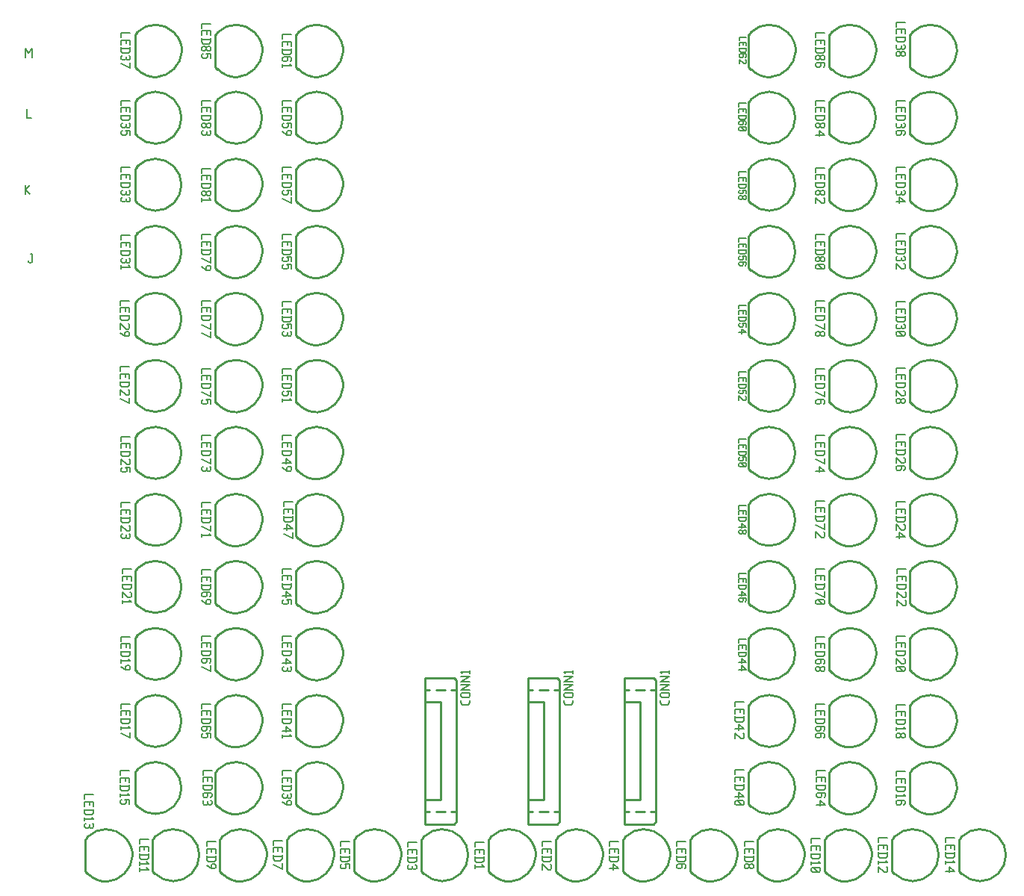
<source format=gbr>
G04 start of page 9 for group 1 layer_idx 10 *
G04 Title: liplight-art, top_silk *
G04 Creator: pcb-rnd 2.0.0 *
G04 CreationDate: 2018-08-21 02:54:24 UTC *
G04 For:  *
G04 Format: Gerber/RS-274X *
G04 PCB-Dimensions: 636000 660500 *
G04 PCB-Coordinate-Origin: lower left *
%MOIN*%
%FSLAX25Y25*%
%LNTOPSILK*%
%ADD51C,0.0070*%
%ADD50C,0.0100*%
G54D50*X65354Y140028D02*Y125528D01*
X66354Y141028D02*X65454Y140128D01*
X65354Y169950D02*Y155450D01*
X66354Y154550D02*X65354Y155550D01*
X66354Y124628D02*X65354Y125628D01*
Y110107D02*Y95607D01*
X66354Y94707D02*X65354Y95707D01*
X66354Y111107D02*X65454Y110207D01*
X43307Y80107D02*Y65607D01*
X44307Y64707D02*X43307Y65707D01*
X44307Y81107D02*X43407Y80207D01*
X66354Y170950D02*X65454Y170050D01*
X66354Y184471D02*X65354Y185471D01*
Y319556D02*Y305056D01*
Y349477D02*Y334977D01*
Y379398D02*Y364898D01*
Y439241D02*Y424741D01*
Y409320D02*Y394820D01*
Y229792D02*Y215292D01*
Y259713D02*Y245213D01*
Y289635D02*Y275135D01*
Y185371D02*Y199871D01*
X66354Y214392D02*X65354Y215392D01*
X66354Y200871D02*X65454Y199971D01*
X66354Y274235D02*X65354Y275235D01*
X66354Y290635D02*X65454Y289735D01*
X66354Y304156D02*X65354Y305156D01*
X66354Y320556D02*X65454Y319656D01*
X66354Y230792D02*X65454Y229892D01*
X66354Y244313D02*X65354Y245313D01*
X66354Y260713D02*X65454Y259813D01*
X66354Y334077D02*X65354Y335077D01*
X66354Y350477D02*X65454Y349577D01*
X66354Y363998D02*X65354Y364998D01*
X66354Y380398D02*X65454Y379498D01*
X66354Y423841D02*X65354Y424841D01*
X66354Y440241D02*X65454Y439341D01*
X66354Y393920D02*X65354Y394920D01*
X66354Y410320D02*X65454Y409420D01*
X73307Y80107D02*Y65607D01*
X74307Y64707D02*X73307Y65707D01*
X74307Y81107D02*X73407Y80207D01*
X103307Y80107D02*Y65607D01*
X163307Y80107D02*Y65607D01*
X164307Y64707D02*X163307Y65707D01*
X164307Y81107D02*X163407Y80207D01*
X193307Y80107D02*Y65607D01*
X194307Y64707D02*X193307Y65707D01*
X208890Y150996D02*X207709Y152177D01*
X194717D01*
Y146823D02*X196961D01*
X206646D02*X208890D01*
X296709Y152177D02*X283717D01*
Y146823D02*X285961D01*
X288913D02*X292732D01*
X295646D02*X297890D01*
X254890Y150996D02*X253709Y152177D01*
X240717D01*
Y146823D02*X242961D01*
X245913D02*X249732D01*
X252646D02*X254890D01*
X199913D02*X203732D01*
X202000Y141350D02*X194717D01*
X248000D02*X240717D01*
X194717Y86823D02*Y152177D01*
X208890Y88004D02*Y150996D01*
X202000Y97650D02*Y141350D01*
Y97650D02*X194717D01*
X240717Y86823D02*Y152177D01*
X254890Y88004D02*Y150996D01*
X248000Y97650D02*Y141350D01*
X254890Y88004D02*X253709Y86823D01*
X240717D01*
Y92217D02*X242961D01*
X245913D02*X249732D01*
X252646D02*X254890D01*
X248000Y97650D02*X240717D01*
X283717Y86823D02*Y152177D01*
X297890Y88004D02*Y150996D01*
X296709Y152177D01*
X291000Y97650D02*Y141350D01*
X283717D01*
X297890Y88004D02*X296709Y86823D01*
X283717D01*
Y92217D02*X285961D01*
X288913D02*X292732D01*
X295646D02*X297890D01*
X291000Y97650D02*X283717D01*
X194717Y92217D02*X196961D01*
X199913D02*X203732D01*
X206646D02*X208890D01*
X194307Y81107D02*X193407Y80207D01*
X208890Y88004D02*X207709Y86823D01*
X194717D01*
X223307Y80107D02*Y65607D01*
X224307Y64707D02*X223307Y65707D01*
X224307Y81107D02*X223407Y80207D01*
X253307Y80107D02*Y65607D01*
X254307Y64707D02*X253307Y65707D01*
X254307Y81107D02*X253407Y80207D01*
X283307Y80107D02*Y65607D01*
X284307Y64707D02*X283307Y65707D01*
X284307Y81107D02*X283407Y80207D01*
X313307Y80107D02*Y65607D01*
X314307Y81107D02*X313407Y80207D01*
X314307Y64707D02*X313307Y65707D01*
X138323Y111107D02*X137423Y110207D01*
X137323Y140028D02*Y125528D01*
X138323Y124628D02*X137323Y125628D01*
X138323Y141028D02*X137423Y140128D01*
X104307Y64707D02*X103307Y65707D01*
X137323Y110107D02*Y95607D01*
X138323Y94707D02*X137323Y95707D01*
X133307Y80107D02*Y65607D01*
X134307Y64707D02*X133307Y65707D01*
X134307Y81107D02*X133407Y80207D01*
X137323Y169950D02*Y155450D01*
X138323Y154550D02*X137323Y155550D01*
X138323Y170950D02*X137423Y170050D01*
X137323Y229792D02*Y215292D01*
X138323Y214392D02*X137323Y215392D01*
X138323Y230792D02*X137423Y229892D01*
X137323Y259713D02*Y245213D01*
X138323Y244313D02*X137323Y245313D01*
Y199871D02*Y185371D01*
X138323Y184471D02*X137323Y185471D01*
X138323Y200871D02*X137423Y199971D01*
X138323Y260713D02*X137423Y259813D01*
X137323Y289635D02*Y275135D01*
Y319556D02*Y305056D01*
Y349477D02*Y334977D01*
Y379398D02*Y364898D01*
Y409320D02*Y394820D01*
Y439241D02*Y424741D01*
X138323Y274235D02*X137323Y275235D01*
X138323Y334077D02*X137323Y335077D01*
X138323Y350477D02*X137423Y349577D01*
X138323Y363998D02*X137323Y364998D01*
X138323Y380398D02*X137423Y379498D01*
X138323Y290635D02*X137423Y289735D01*
X138323Y304156D02*X137323Y305156D01*
X138323Y320556D02*X137423Y319656D01*
X138323Y393920D02*X137323Y394920D01*
X138323Y410320D02*X137423Y409420D01*
X138323Y423841D02*X137323Y424841D01*
X138323Y440241D02*X137423Y439341D01*
X101338Y169950D02*Y155450D01*
X102338Y154550D02*X101338Y155550D01*
X102338Y170950D02*X101438Y170050D01*
X101338Y140028D02*Y125528D01*
X102338Y124628D02*X101338Y125628D01*
X102338Y141028D02*X101438Y140128D01*
X101338Y95607D02*Y110107D01*
X102338Y111107D02*X101438Y110207D01*
X102338Y94707D02*X101338Y95707D01*
X104307Y81107D02*X103407Y80207D01*
X101338Y199871D02*Y185371D01*
X102338Y184471D02*X101338Y185471D01*
X102338Y200871D02*X101438Y199971D01*
X101338Y259713D02*Y245213D01*
X102338Y244313D02*X101338Y245313D01*
X102338Y260713D02*X101438Y259813D01*
X101338Y289635D02*Y275135D01*
X102338Y274235D02*X101338Y275235D01*
Y229792D02*Y215292D01*
X102338Y214392D02*X101338Y215392D01*
X102338Y230792D02*X101438Y229892D01*
X102338Y290635D02*X101438Y289735D01*
X101338Y319556D02*Y305056D01*
Y349477D02*Y334977D01*
Y379398D02*Y364898D01*
Y409320D02*Y394820D01*
Y439241D02*Y424741D01*
X102338Y304156D02*X101338Y305156D01*
X102338Y363998D02*X101338Y364998D01*
X102338Y380398D02*X101438Y379498D01*
X102338Y393920D02*X101338Y394920D01*
X102338Y410320D02*X101438Y409420D01*
X102338Y320556D02*X101438Y319656D01*
X102338Y334077D02*X101338Y335077D01*
X102338Y350477D02*X101438Y349577D01*
X102338Y423841D02*X101338Y424841D01*
X102338Y440241D02*X101438Y439341D01*
X403307Y80107D02*Y65607D01*
X404307Y81107D02*X403407Y80207D01*
X411260Y110107D02*Y95607D01*
X412260Y94707D02*X411260Y95707D01*
X433307Y80107D02*Y65607D01*
X434307Y64707D02*X433307Y65707D01*
X434307Y81107D02*X433407Y80207D01*
X412260Y111107D02*X411360Y110207D01*
X411260Y259713D02*Y245213D01*
Y289635D02*Y275135D01*
Y319556D02*Y305056D01*
Y349477D02*Y334977D01*
Y140028D02*Y125528D01*
Y169950D02*Y155450D01*
Y229792D02*Y215292D01*
Y185371D02*Y199871D01*
Y379398D02*Y364898D01*
Y439241D02*Y424741D01*
Y409320D02*Y394820D01*
X412260Y124628D02*X411260Y125628D01*
X412260Y214392D02*X411260Y215392D01*
X412260Y230792D02*X411360Y229892D01*
X412260Y244313D02*X411260Y245313D01*
X412260Y260713D02*X411360Y259813D01*
X412260Y200871D02*X411360Y199971D01*
X412260Y141028D02*X411360Y140128D01*
X412260Y154550D02*X411260Y155550D01*
X412260Y170950D02*X411360Y170050D01*
X412260Y184471D02*X411260Y185471D01*
X412260Y274235D02*X411260Y275235D01*
X412260Y290635D02*X411360Y289735D01*
X412260Y304156D02*X411260Y305156D01*
X412260Y380398D02*X411360Y379498D01*
X412260Y423841D02*X411260Y424841D01*
X412260Y440241D02*X411360Y439341D01*
X412260Y393920D02*X411260Y394920D01*
X412260Y410320D02*X411360Y409420D01*
X412260Y320556D02*X411360Y319656D01*
X412260Y334077D02*X411260Y335077D01*
X412260Y350477D02*X411360Y349577D01*
X412260Y363998D02*X411260Y364998D01*
X339291Y140028D02*Y125528D01*
X340291Y124628D02*X339291Y125628D01*
X340291Y141028D02*X339391Y140128D01*
X339291Y110107D02*Y95607D01*
X340291Y94707D02*X339291Y95707D01*
X340291Y111107D02*X339391Y110207D01*
X343307Y80107D02*Y65607D01*
X344307Y64707D02*X343307Y65707D01*
X344307Y81107D02*X343407Y80207D01*
X374307Y81107D02*X373407Y80207D01*
X375275Y95607D02*Y110107D01*
X376275Y94707D02*X375275Y95707D01*
X376275Y111107D02*X375375Y110207D01*
X404307Y64707D02*X403307Y65707D01*
X373307Y80107D02*Y65607D01*
X374307Y64707D02*X373307Y65707D01*
X339291Y169950D02*Y155450D01*
X340291Y154550D02*X339291Y155550D01*
X375275Y169950D02*Y155450D01*
Y140028D02*Y125528D01*
X376275Y124628D02*X375275Y125628D01*
X376275Y141028D02*X375375Y140128D01*
X376275Y154550D02*X375275Y155550D01*
X376275Y170950D02*X375375Y170050D01*
X375275Y199871D02*Y185371D01*
X376275Y184471D02*X375275Y185471D01*
X376275Y200871D02*X375375Y199971D01*
X375275Y259713D02*Y245213D01*
X376275Y244313D02*X375275Y245313D01*
X376275Y260713D02*X375375Y259813D01*
X375275Y289635D02*Y275135D01*
X376275Y274235D02*X375275Y275235D01*
Y229792D02*Y215292D01*
X376275Y214392D02*X375275Y215392D01*
X376275Y230792D02*X375375Y229892D01*
X376275Y290635D02*X375375Y289735D01*
X375275Y319556D02*Y305056D01*
Y349477D02*Y334977D01*
Y409320D02*Y394820D01*
Y439241D02*Y424741D01*
Y379398D02*Y364898D01*
X376275Y304156D02*X375275Y305156D01*
X376275Y393920D02*X375275Y394920D01*
X376275Y410320D02*X375375Y409420D01*
X376275Y423841D02*X375275Y424841D01*
X376275Y440241D02*X375375Y439341D01*
X376275Y320556D02*X375375Y319656D01*
X376275Y334077D02*X375275Y335077D01*
X376275Y350477D02*X375375Y349577D01*
X376275Y363998D02*X375275Y364998D01*
X376275Y380398D02*X375375Y379498D01*
X340291Y170950D02*X339391Y170050D01*
X339291Y229792D02*Y215292D01*
X340291Y214392D02*X339291Y215392D01*
X340291Y230792D02*X339391Y229892D01*
X339291Y259713D02*Y245213D01*
X340291Y244313D02*X339291Y245313D01*
Y199871D02*Y185371D01*
X340291Y184471D02*X339291Y185471D01*
X340291Y200871D02*X339391Y199971D01*
X340291Y260713D02*X339391Y259813D01*
X339291Y289635D02*Y275135D01*
Y319556D02*Y305056D01*
Y349477D02*Y334977D01*
Y379398D02*Y364898D01*
Y409320D02*Y394820D01*
Y439241D02*Y424741D01*
X340291Y274235D02*X339291Y275235D01*
X340291Y334077D02*X339291Y335077D01*
X340291Y350477D02*X339391Y349577D01*
X340291Y363998D02*X339291Y364998D01*
X340291Y380398D02*X339391Y379498D01*
X340291Y290635D02*X339391Y289735D01*
X340291Y304156D02*X339291Y305156D01*
X340291Y320556D02*X339391Y319656D01*
X340291Y393920D02*X339291Y394920D01*
X340291Y410320D02*X339391Y409420D01*
X340291Y423841D02*X339291Y424841D01*
X340291Y440241D02*X339391Y439341D01*
X66352Y124626D02*G75*G03X82756Y141031I8202J8202D01*G01*
X82756Y141031D02*G75*G03X66352Y141031I-8202J-8202D01*G01*
X66352Y154547D02*G75*G03X82756Y170952I8202J8202D01*G01*
X82756Y170952D02*G75*G03X66352Y170952I-8202J-8202D01*G01*
X102336Y124626D02*G75*G03X118741Y141031I8202J8202D01*G01*
X118741Y141031D02*G75*G03X102336Y141031I-8202J-8202D01*G01*
X102336Y154547D02*G75*G03X118741Y170952I8202J8202D01*G01*
X118741Y170952D02*G75*G03X102336Y170952I-8202J-8202D01*G01*
X66352Y94705D02*G75*G03X82756Y111110I8202J8202D01*G01*
X82756Y111110D02*G75*G03X66352Y111110I-8202J-8202D01*G01*
X102336Y94705D02*G75*G03X118741Y111110I8202J8202D01*G01*
X118741Y111110D02*G75*G03X102336Y111110I-8202J-8202D01*G01*
X44304Y64705D02*G75*G03X60709Y81110I8202J8202D01*G01*
X60709Y81110D02*G75*G03X44304Y81110I-8202J-8202D01*G01*
X74304Y64705D02*G75*G03X90709Y81110I8202J8202D01*G01*
X90709Y81110D02*G75*G03X74304Y81110I-8202J-8202D01*G01*
X104304Y64705D02*G75*G03X120709Y81110I8202J8202D01*G01*
X120709Y81110D02*G75*G03X104304Y81110I-8202J-8202D01*G01*
X134304Y64705D02*G75*G03X150709Y81110I8202J8202D01*G01*
X150709Y81110D02*G75*G03X134304Y81110I-8202J-8202D01*G01*
X164304Y64705D02*G75*G03X180709Y81110I8202J8202D01*G01*
X180709Y81110D02*G75*G03X164304Y81110I-8202J-8202D01*G01*
X194304Y64705D02*G75*G03X210709Y81110I8202J8202D01*G01*
X210709Y81110D02*G75*G03X194304Y81110I-8202J-8202D01*G01*
X224304Y64705D02*G75*G03X240709Y81110I8202J8202D01*G01*
X240709Y81110D02*G75*G03X224304Y81110I-8202J-8202D01*G01*
X254304Y64705D02*G75*G03X270709Y81110I8202J8202D01*G01*
X270709Y81110D02*G75*G03X254304Y81110I-8202J-8202D01*G01*
X284304Y64705D02*G75*G03X300709Y81110I8202J8202D01*G01*
X300709Y81110D02*G75*G03X284304Y81110I-8202J-8202D01*G01*
X314304Y64705D02*G75*G03X330709Y81110I8202J8202D01*G01*
X330709Y81110D02*G75*G03X314304Y81110I-8202J-8202D01*G01*
X102336Y184468D02*G75*G03X118741Y200873I8202J8202D01*G01*
X118741Y200873D02*G75*G03X102336Y200873I-8202J-8202D01*G01*
X66352Y184468D02*G75*G03X82756Y200873I8202J8202D01*G01*
X82756Y200873D02*G75*G03X66352Y200873I-8202J-8202D01*G01*
X138320Y94705D02*G75*G03X154725Y111110I8202J8202D01*G01*
X154725Y111110D02*G75*G03X138320Y111110I-8202J-8202D01*G01*
X138320Y124626D02*G75*G03X154725Y141031I8202J8202D01*G01*
X154725Y141031D02*G75*G03X138320Y141031I-8202J-8202D01*G01*
X138320Y154547D02*G75*G03X154725Y170952I8202J8202D01*G01*
X154725Y170952D02*G75*G03X138320Y170952I-8202J-8202D01*G01*
X138320Y184468D02*G75*G03X154725Y200873I8202J8202D01*G01*
X154725Y200873D02*G75*G03X138320Y200873I-8202J-8202D01*G01*
X340289Y154547D02*G75*G03X356693Y170952I8202J8202D01*G01*
X356693Y170952D02*G75*G03X340289Y170952I-8202J-8202D01*G01*
X340289Y184468D02*G75*G03X356693Y200873I8202J8202D01*G01*
X356693Y200873D02*G75*G03X340289Y200873I-8202J-8202D01*G01*
X340289Y214390D02*G75*G03X356693Y230795I8202J8202D01*G01*
X356693Y230795D02*G75*G03X340289Y230795I-8202J-8202D01*G01*
X340289Y94705D02*G75*G03X356693Y111110I8202J8202D01*G01*
X356693Y111110D02*G75*G03X340289Y111110I-8202J-8202D01*G01*
X340289Y124626D02*G75*G03X356693Y141031I8202J8202D01*G01*
X356693Y141031D02*G75*G03X340289Y141031I-8202J-8202D01*G01*
X374304Y64705D02*G75*G03X390709Y81110I8202J8202D01*G01*
X390709Y81110D02*G75*G03X374304Y81110I-8202J-8202D01*G01*
X376273Y124626D02*G75*G03X392678Y141031I8202J8202D01*G01*
X392678Y141031D02*G75*G03X376273Y141031I-8202J-8202D01*G01*
X344304Y64705D02*G75*G03X360709Y81110I8202J8202D01*G01*
X360709Y81110D02*G75*G03X344304Y81110I-8202J-8202D01*G01*
X376273Y94705D02*G75*G03X392678Y111110I8202J8202D01*G01*
X392678Y111110D02*G75*G03X376273Y111110I-8202J-8202D01*G01*
X376273Y154547D02*G75*G03X392678Y170952I8202J8202D01*G01*
X392678Y170952D02*G75*G03X376273Y170952I-8202J-8202D01*G01*
X376273Y184468D02*G75*G03X392678Y200873I8202J8202D01*G01*
X392678Y200873D02*G75*G03X376273Y200873I-8202J-8202D01*G01*
X376273Y214390D02*G75*G03X392678Y230795I8202J8202D01*G01*
X392678Y230795D02*G75*G03X376273Y230795I-8202J-8202D01*G01*
X412257Y154547D02*G75*G03X428662Y170952I8202J8202D01*G01*
X428662Y170952D02*G75*G03X412257Y170952I-8202J-8202D01*G01*
X412257Y214390D02*G75*G03X428662Y230795I8202J8202D01*G01*
X428662Y230795D02*G75*G03X412257Y230795I-8202J-8202D01*G01*
X412257Y244311D02*G75*G03X428662Y260716I8202J8202D01*G01*
X428662Y260716D02*G75*G03X412257Y260716I-8202J-8202D01*G01*
X412257Y184468D02*G75*G03X428662Y200873I8202J8202D01*G01*
X428662Y200873D02*G75*G03X412257Y200873I-8202J-8202D01*G01*
X404304Y64705D02*G75*G03X420709Y81110I8202J8202D01*G01*
X420709Y81110D02*G75*G03X404304Y81110I-8202J-8202D01*G01*
X434304Y64705D02*G75*G03X450709Y81110I8202J8202D01*G01*
X450709Y81110D02*G75*G03X434304Y81110I-8202J-8202D01*G01*
X412257Y94705D02*G75*G03X428662Y111110I8202J8202D01*G01*
X428662Y111110D02*G75*G03X412257Y111110I-8202J-8202D01*G01*
X412257Y124626D02*G75*G03X428662Y141031I8202J8202D01*G01*
X428662Y141031D02*G75*G03X412257Y141031I-8202J-8202D01*G01*
X412257Y274232D02*G75*G03X428662Y290637I8202J8202D01*G01*
X428662Y290637D02*G75*G03X412257Y290637I-8202J-8202D01*G01*
X412257Y304153D02*G75*G03X428662Y320558I8202J8202D01*G01*
X428662Y320558D02*G75*G03X412257Y320558I-8202J-8202D01*G01*
X412257Y334075D02*G75*G03X428662Y350480I8202J8202D01*G01*
X428662Y350480D02*G75*G03X412257Y350480I-8202J-8202D01*G01*
X412257Y363996D02*G75*G03X428662Y380401I8202J8202D01*G01*
X428662Y380401D02*G75*G03X412257Y380401I-8202J-8202D01*G01*
X412257Y423839D02*G75*G03X428662Y440243I8202J8202D01*G01*
X428662Y440243D02*G75*G03X412257Y440243I-8202J-8202D01*G01*
X412257Y393917D02*G75*G03X428662Y410322I8202J8202D01*G01*
X428662Y410322D02*G75*G03X412257Y410322I-8202J-8202D01*G01*
X340289Y244311D02*G75*G03X356693Y260716I8202J8202D01*G01*
X356693Y260716D02*G75*G03X340289Y260716I-8202J-8202D01*G01*
X376273Y244311D02*G75*G03X392678Y260716I8202J8202D01*G01*
X392678Y260716D02*G75*G03X376273Y260716I-8202J-8202D01*G01*
X340289Y274232D02*G75*G03X356693Y290637I8202J8202D01*G01*
X356693Y290637D02*G75*G03X340289Y290637I-8202J-8202D01*G01*
X376273Y274232D02*G75*G03X392678Y290637I8202J8202D01*G01*
X392678Y290637D02*G75*G03X376273Y290637I-8202J-8202D01*G01*
X340289Y304153D02*G75*G03X356693Y320558I8202J8202D01*G01*
X356693Y320558D02*G75*G03X340289Y320558I-8202J-8202D01*G01*
X376273Y304153D02*G75*G03X392678Y320558I8202J8202D01*G01*
X392678Y320558D02*G75*G03X376273Y320558I-8202J-8202D01*G01*
X376273Y334075D02*G75*G03X392678Y350480I8202J8202D01*G01*
X392678Y350480D02*G75*G03X376273Y350480I-8202J-8202D01*G01*
X376273Y393917D02*G75*G03X392678Y410322I8202J8202D01*G01*
X392678Y410322D02*G75*G03X376273Y410322I-8202J-8202D01*G01*
X376273Y423839D02*G75*G03X392678Y440243I8202J8202D01*G01*
X392678Y440243D02*G75*G03X376273Y440243I-8202J-8202D01*G01*
X376273Y363996D02*G75*G03X392678Y380401I8202J8202D01*G01*
X392678Y380401D02*G75*G03X376273Y380401I-8202J-8202D01*G01*
X340289Y334075D02*G75*G03X356693Y350480I8202J8202D01*G01*
X356693Y350480D02*G75*G03X340289Y350480I-8202J-8202D01*G01*
X340289Y363996D02*G75*G03X356693Y380401I8202J8202D01*G01*
X356693Y380401D02*G75*G03X340289Y380401I-8202J-8202D01*G01*
X340289Y393917D02*G75*G03X356693Y410322I8202J8202D01*G01*
X356693Y410322D02*G75*G03X340289Y410322I-8202J-8202D01*G01*
X340289Y423839D02*G75*G03X356693Y440243I8202J8202D01*G01*
X356693Y440243D02*G75*G03X340289Y440243I-8202J-8202D01*G01*
X66352Y214390D02*G75*G03X82756Y230795I8202J8202D01*G01*
X82756Y230795D02*G75*G03X66352Y230795I-8202J-8202D01*G01*
X102336Y214390D02*G75*G03X118741Y230795I8202J8202D01*G01*
X118741Y230795D02*G75*G03X102336Y230795I-8202J-8202D01*G01*
X138320Y214390D02*G75*G03X154725Y230795I8202J8202D01*G01*
X154725Y230795D02*G75*G03X138320Y230795I-8202J-8202D01*G01*
X138320Y304153D02*G75*G03X154725Y320558I8202J8202D01*G01*
X154725Y320558D02*G75*G03X138320Y320558I-8202J-8202D01*G01*
X138320Y334075D02*G75*G03X154725Y350480I8202J8202D01*G01*
X154725Y350480D02*G75*G03X138320Y350480I-8202J-8202D01*G01*
X138320Y363996D02*G75*G03X154725Y380401I8202J8202D01*G01*
X154725Y380401D02*G75*G03X138320Y380401I-8202J-8202D01*G01*
X66352Y244311D02*G75*G03X82756Y260716I8202J8202D01*G01*
X82756Y260716D02*G75*G03X66352Y260716I-8202J-8202D01*G01*
X102336Y244311D02*G75*G03X118741Y260716I8202J8202D01*G01*
X118741Y260716D02*G75*G03X102336Y260716I-8202J-8202D01*G01*
X138320Y244311D02*G75*G03X154725Y260716I8202J8202D01*G01*
X154725Y260716D02*G75*G03X138320Y260716I-8202J-8202D01*G01*
X138320Y274232D02*G75*G03X154725Y290637I8202J8202D01*G01*
X154725Y290637D02*G75*G03X138320Y290637I-8202J-8202D01*G01*
X138320Y393917D02*G75*G03X154725Y410322I8202J8202D01*G01*
X154725Y410322D02*G75*G03X138320Y410322I-8202J-8202D01*G01*
X138320Y423839D02*G75*G03X154725Y440243I8202J8202D01*G01*
X154725Y440243D02*G75*G03X138320Y440243I-8202J-8202D01*G01*
X66352Y393917D02*G75*G03X82756Y410322I8202J8202D01*G01*
X82756Y410322D02*G75*G03X66352Y410322I-8202J-8202D01*G01*
X102336Y363996D02*G75*G03X118741Y380401I8202J8202D01*G01*
X118741Y380401D02*G75*G03X102336Y380401I-8202J-8202D01*G01*
X102336Y393917D02*G75*G03X118741Y410322I8202J8202D01*G01*
X118741Y410322D02*G75*G03X102336Y410322I-8202J-8202D01*G01*
X102336Y423839D02*G75*G03X118741Y440243I8202J8202D01*G01*
X118741Y440243D02*G75*G03X102336Y440243I-8202J-8202D01*G01*
X66352Y274232D02*G75*G03X82756Y290637I8202J8202D01*G01*
X82756Y290637D02*G75*G03X66352Y290637I-8202J-8202D01*G01*
X102336Y274232D02*G75*G03X118741Y290637I8202J8202D01*G01*
X118741Y290637D02*G75*G03X102336Y290637I-8202J-8202D01*G01*
X102336Y304153D02*G75*G03X118741Y320558I8202J8202D01*G01*
X118741Y320558D02*G75*G03X102336Y320558I-8202J-8202D01*G01*
X102336Y334075D02*G75*G03X118741Y350480I8202J8202D01*G01*
X118741Y350480D02*G75*G03X102336Y350480I-8202J-8202D01*G01*
X66352Y304153D02*G75*G03X82756Y320558I8202J8202D01*G01*
X82756Y320558D02*G75*G03X66352Y320558I-8202J-8202D01*G01*
X66352Y334075D02*G75*G03X82756Y350480I8202J8202D01*G01*
X82756Y350480D02*G75*G03X66352Y350480I-8202J-8202D01*G01*
X66352Y363996D02*G75*G03X82756Y380401I8202J8202D01*G01*
X82756Y380401D02*G75*G03X66352Y380401I-8202J-8202D01*G01*
X66352Y423839D02*G75*G03X82756Y440243I8202J8202D01*G01*
X82756Y440243D02*G75*G03X66352Y440243I-8202J-8202D01*G01*
G54D51*X16452Y372122D02*Y368122D01*
Y370122D02*X18452Y372122D01*
X16452Y370122D02*X18452Y368122D01*
X18688Y341335D02*X19488D01*
Y337835D01*
X18988Y337335D02*X19488Y337835D01*
X18488Y337335D02*X18988D01*
X17988Y337835D02*X18488Y337335D01*
X17988Y338335D02*Y337835D01*
X16413Y432909D02*Y428909D01*
Y432909D02*X17913Y430909D01*
X19413Y432909D01*
Y428909D01*
X17200Y405980D02*Y401980D01*
X19200D01*
X131238Y110587D02*X135238D01*
X131238D02*Y108587D01*
X133438Y107387D02*Y105887D01*
X131238Y107387D02*Y105387D01*
Y107387D02*X135238D01*
Y105387D01*
X131238Y103687D02*X135238D01*
Y102387D02*X134538Y101687D01*
X131938D02*X134538D01*
X131238Y102387D02*X131938Y101687D01*
X131238Y104187D02*Y102387D01*
X135238Y104187D02*Y102387D01*
X134738Y100487D02*X135238Y99987D01*
Y98987D01*
X134738Y98487D01*
X131238Y98987D02*X131738Y98487D01*
X131238Y99987D02*Y98987D01*
X131738Y100487D02*X131238Y99987D01*
X133438D02*Y98987D01*
X133938Y98487D02*X134738D01*
X131738D02*X132938D01*
X133438Y98987D01*
X133938Y98487D02*X133438Y98987D01*
X131238Y96787D02*X133238Y95287D01*
X134738D01*
X135238Y95787D02*X134738Y95287D01*
X135238Y96787D02*Y95787D01*
X134738Y97287D02*X135238Y96787D01*
X133738Y97287D02*X134738D01*
X133738D02*X133238Y96787D01*
Y95287D01*
X131238Y140508D02*X135238D01*
X131238D02*Y138508D01*
X133438Y137308D02*Y135808D01*
X131238Y137308D02*Y135308D01*
Y137308D02*X135238D01*
Y135308D01*
X131238Y133608D02*X135238D01*
Y132308D02*X134538Y131608D01*
X131938D02*X134538D01*
X131238Y132308D02*X131938Y131608D01*
X131238Y134108D02*Y132308D01*
X135238Y134108D02*Y132308D01*
X132738Y130408D02*X135238Y128408D01*
X132738Y130408D02*Y127908D01*
X131238Y128408D02*X135238D01*
X134438Y126708D02*X135238Y125908D01*
X131238D02*X135238D01*
X131238Y126708D02*Y125208D01*
Y170823D02*X135238D01*
X131238D02*Y168823D01*
X133438Y167623D02*Y166123D01*
X131238Y167623D02*Y165623D01*
Y167623D02*X135238D01*
Y165623D01*
X131238Y163923D02*X135238D01*
Y162623D02*X134538Y161923D01*
X131938D02*X134538D01*
X131238Y162623D02*X131938Y161923D01*
X131238Y164423D02*Y162623D01*
X135238Y164423D02*Y162623D01*
X132738Y160723D02*X135238Y158723D01*
X132738Y160723D02*Y158223D01*
X131238Y158723D02*X135238D01*
X134738Y157023D02*X135238Y156523D01*
Y155523D01*
X134738Y155023D01*
X131238Y155523D02*X131738Y155023D01*
X131238Y156523D02*Y155523D01*
X131738Y157023D02*X131238Y156523D01*
X133438D02*Y155523D01*
X133938Y155023D02*X134738D01*
X131738D02*X132938D01*
X133438Y155523D01*
X133938Y155023D02*X133438Y155523D01*
X131238Y200744D02*X135238D01*
X131238D02*Y198744D01*
X133438Y197544D02*Y196044D01*
X131238Y197544D02*Y195544D01*
Y197544D02*X135238D01*
Y195544D01*
X131238Y193844D02*X135238D01*
Y192544D02*X134538Y191844D01*
X131938D02*X134538D01*
X131238Y192544D02*X131938Y191844D01*
X131238Y194344D02*Y192544D01*
X135238Y194344D02*Y192544D01*
X132738Y190644D02*X135238Y188644D01*
X132738Y190644D02*Y188144D01*
X131238Y188644D02*X135238D01*
Y186944D02*Y184944D01*
X133238Y186944D02*X135238D01*
X133238D02*X133738Y186444D01*
Y185444D01*
X133238Y184944D01*
X131738D02*X133238D01*
X131238Y185444D02*X131738Y184944D01*
X131238Y186444D02*Y185444D01*
X131738Y186944D02*X131238Y186444D01*
X127026Y79406D02*X131026D01*
X127026D02*Y77406D01*
X129226Y76206D02*Y74706D01*
X127026Y76206D02*Y74206D01*
Y76206D02*X131026D01*
Y74206D01*
X127026Y72506D02*X131026D01*
Y71206D02*X130326Y70506D01*
X127726D02*X130326D01*
X127026Y71206D02*X127726Y70506D01*
X127026Y73006D02*Y71206D01*
X131026Y73006D02*Y71206D01*
X127026Y68806D02*X131026Y66806D01*
Y69306D02*Y66806D01*
X42931Y99878D02*X46931D01*
X42931D02*Y97878D01*
X45131Y96678D02*Y95178D01*
X42931Y96678D02*Y94678D01*
Y96678D02*X46931D01*
Y94678D01*
X42931Y92978D02*X46931D01*
Y91678D02*X46231Y90978D01*
X43631D02*X46231D01*
X42931Y91678D02*X43631Y90978D01*
X42931Y93478D02*Y91678D01*
X46931Y93478D02*Y91678D01*
X46131Y89778D02*X46931Y88978D01*
X42931D02*X46931D01*
X42931Y89778D02*Y88278D01*
X46431Y87078D02*X46931Y86578D01*
Y85578D01*
X46431Y85078D01*
X42931Y85578D02*X43431Y85078D01*
X42931Y86578D02*Y85578D01*
X43431Y87078D02*X42931Y86578D01*
X45131D02*Y85578D01*
X45631Y85078D02*X46431D01*
X43431D02*X44631D01*
X45131Y85578D01*
X45631Y85078D02*X45131Y85578D01*
X67419Y79996D02*X71419D01*
X67419D02*Y77996D01*
X69619Y76796D02*Y75296D01*
X67419Y76796D02*Y74796D01*
Y76796D02*X71419D01*
Y74796D01*
X67419Y73096D02*X71419D01*
Y71796D02*X70719Y71096D01*
X68119D02*X70719D01*
X67419Y71796D02*X68119Y71096D01*
X67419Y73596D02*Y71796D01*
X71419Y73596D02*Y71796D01*
X70619Y69896D02*X71419Y69096D01*
X67419D02*X71419D01*
X67419Y69896D02*Y68396D01*
X70619Y67196D02*X71419Y66396D01*
X67419D02*X71419D01*
X67419Y67196D02*Y65696D01*
X97419Y79012D02*X101419D01*
X97419D02*Y77012D01*
X99619Y75812D02*Y74312D01*
X97419Y75812D02*Y73812D01*
Y75812D02*X101419D01*
Y73812D01*
X97419Y72112D02*X101419D01*
Y70812D02*X100719Y70112D01*
X98119D02*X100719D01*
X97419Y70812D02*X98119Y70112D01*
X97419Y72612D02*Y70812D01*
X101419Y72612D02*Y70812D01*
X97419Y68412D02*X99419Y66912D01*
X100919D01*
X101419Y67412D02*X100919Y66912D01*
X101419Y68412D02*Y67412D01*
X100919Y68912D02*X101419Y68412D01*
X99919Y68912D02*X100919D01*
X99919D02*X99419Y68412D01*
Y66912D01*
X157026Y79012D02*X161026D01*
X157026D02*Y77012D01*
X159226Y75812D02*Y74312D01*
X157026Y75812D02*Y73812D01*
Y75812D02*X161026D01*
Y73812D01*
X157026Y72112D02*X161026D01*
Y70812D02*X160326Y70112D01*
X157726D02*X160326D01*
X157026Y70812D02*X157726Y70112D01*
X157026Y72612D02*Y70812D01*
X161026Y72612D02*Y70812D01*
Y68912D02*Y66912D01*
X159026Y68912D02*X161026D01*
X159026D02*X159526Y68412D01*
Y67412D01*
X159026Y66912D01*
X157526D02*X159026D01*
X157026Y67412D02*X157526Y66912D01*
X157026Y68412D02*Y67412D01*
X157526Y68912D02*X157026Y68412D01*
X187026Y78618D02*X191026D01*
X187026D02*Y76618D01*
X189226Y75418D02*Y73918D01*
X187026Y75418D02*Y73418D01*
Y75418D02*X191026D01*
Y73418D01*
X187026Y71718D02*X191026D01*
Y70418D02*X190326Y69718D01*
X187726D02*X190326D01*
X187026Y70418D02*X187726Y69718D01*
X187026Y72218D02*Y70418D01*
X191026Y72218D02*Y70418D01*
X190526Y68518D02*X191026Y68018D01*
Y67018D01*
X190526Y66518D01*
X187026Y67018D02*X187526Y66518D01*
X187026Y68018D02*Y67018D01*
X187526Y68518D02*X187026Y68018D01*
X189226D02*Y67018D01*
X189726Y66518D02*X190526D01*
X187526D02*X188726D01*
X189226Y67018D01*
X189726Y66518D02*X189226Y67018D01*
X217026Y78618D02*X221026D01*
X217026D02*Y76618D01*
X219226Y75418D02*Y73918D01*
X217026Y75418D02*Y73418D01*
Y75418D02*X221026D01*
Y73418D01*
X217026Y71718D02*X221026D01*
Y70418D02*X220326Y69718D01*
X217726D02*X220326D01*
X217026Y70418D02*X217726Y69718D01*
X217026Y72218D02*Y70418D01*
X221026Y72218D02*Y70418D01*
X220226Y68518D02*X221026Y67718D01*
X217026D02*X221026D01*
X217026Y68518D02*Y67018D01*
X247223Y79012D02*X251223D01*
X247223D02*Y77012D01*
X249423Y75812D02*Y74312D01*
X247223Y75812D02*Y73812D01*
Y75812D02*X251223D01*
Y73812D01*
X247223Y72112D02*X251223D01*
Y70812D02*X250523Y70112D01*
X247923D02*X250523D01*
X247223Y70812D02*X247923Y70112D01*
X247223Y72612D02*Y70812D01*
X251223Y72612D02*Y70812D01*
X250723Y68912D02*X251223Y68412D01*
Y66912D01*
X250723Y66412D01*
X249723D02*X250723D01*
X247223Y68912D02*X249723Y66412D01*
X247223Y68912D02*Y66412D01*
X277223Y79012D02*X281223D01*
X277223D02*Y77012D01*
X279423Y75812D02*Y74312D01*
X277223Y75812D02*Y73812D01*
Y75812D02*X281223D01*
Y73812D01*
X277223Y72112D02*X281223D01*
Y70812D02*X280523Y70112D01*
X277923D02*X280523D01*
X277223Y70812D02*X277923Y70112D01*
X277223Y72612D02*Y70812D01*
X281223Y72612D02*Y70812D01*
X278723Y68912D02*X281223Y66912D01*
X278723Y68912D02*Y66412D01*
X277223Y66912D02*X281223D01*
X58876Y110587D02*X62876D01*
X58876D02*Y108587D01*
X61076Y107387D02*Y105887D01*
X58876Y107387D02*Y105387D01*
Y107387D02*X62876D01*
Y105387D01*
X58876Y103687D02*X62876D01*
Y102387D02*X62176Y101687D01*
X59576D02*X62176D01*
X58876Y102387D02*X59576Y101687D01*
X58876Y104187D02*Y102387D01*
X62876Y104187D02*Y102387D01*
X62076Y100487D02*X62876Y99687D01*
X58876D02*X62876D01*
X58876Y100487D02*Y98987D01*
X62876Y97787D02*Y95787D01*
X60876Y97787D02*X62876D01*
X60876D02*X61376Y97287D01*
Y96287D01*
X60876Y95787D01*
X59376D02*X60876D01*
X58876Y96287D02*X59376Y95787D01*
X58876Y97287D02*Y96287D01*
X59376Y97787D02*X58876Y97287D01*
X95738Y110807D02*X99738D01*
X95738D02*Y108807D01*
X97938Y107607D02*Y106107D01*
X95738Y107607D02*Y105607D01*
Y107607D02*X99738D01*
Y105607D01*
X95738Y103907D02*X99738D01*
Y102607D02*X99038Y101907D01*
X96438D02*X99038D01*
X95738Y102607D02*X96438Y101907D01*
X95738Y104407D02*Y102607D01*
X99738Y104407D02*Y102607D01*
Y99207D02*X99238Y98707D01*
X99738Y100207D02*Y99207D01*
X99238Y100707D02*X99738Y100207D01*
X96238Y100707D02*X99238D01*
X96238D02*X95738Y100207D01*
X97938Y99207D02*X97438Y98707D01*
X97938Y100707D02*Y99207D01*
X95738Y100207D02*Y99207D01*
X96238Y98707D01*
X97438D01*
X99238Y97507D02*X99738Y97007D01*
Y96007D01*
X99238Y95507D01*
X95738Y96007D02*X96238Y95507D01*
X95738Y97007D02*Y96007D01*
X96238Y97507D02*X95738Y97007D01*
X97938D02*Y96007D01*
X98438Y95507D02*X99238D01*
X96238D02*X97438D01*
X97938Y96007D01*
X98438Y95507D02*X97938Y96007D01*
X131695Y230665D02*X135695D01*
X131695D02*Y228665D01*
X133895Y227465D02*Y225965D01*
X131695Y227465D02*Y225465D01*
Y227465D02*X135695D01*
Y225465D01*
X131695Y223765D02*X135695D01*
Y222465D02*X134995Y221765D01*
X132395D02*X134995D01*
X131695Y222465D02*X132395Y221765D01*
X131695Y224265D02*Y222465D01*
X135695Y224265D02*Y222465D01*
X133195Y220565D02*X135695Y218565D01*
X133195Y220565D02*Y218065D01*
X131695Y218565D02*X135695D01*
X131695Y216365D02*X135695Y214365D01*
Y216865D02*Y214365D01*
X59754Y200571D02*X63754D01*
X59754D02*Y198571D01*
X61954Y197371D02*Y195871D01*
X59754Y197371D02*Y195371D01*
Y197371D02*X63754D01*
Y195371D01*
X59754Y193671D02*X63754D01*
Y192371D02*X63054Y191671D01*
X60454D02*X63054D01*
X59754Y192371D02*X60454Y191671D01*
X59754Y194171D02*Y192371D01*
X63754Y194171D02*Y192371D01*
X63254Y190471D02*X63754Y189971D01*
Y188471D01*
X63254Y187971D01*
X62254D02*X63254D01*
X59754Y190471D02*X62254Y187971D01*
X59754Y190471D02*Y187971D01*
X62954Y186771D02*X63754Y185971D01*
X59754D02*X63754D01*
X59754Y186771D02*Y185271D01*
X131238Y260193D02*X135238D01*
X131238D02*Y258193D01*
X133438Y256993D02*Y255493D01*
X131238Y256993D02*Y254993D01*
Y256993D02*X135238D01*
Y254993D01*
X131238Y253293D02*X135238D01*
Y251993D02*X134538Y251293D01*
X131938D02*X134538D01*
X131238Y251993D02*X131938Y251293D01*
X131238Y253793D02*Y251993D01*
X135238Y253793D02*Y251993D01*
X132738Y250093D02*X135238Y248093D01*
X132738Y250093D02*Y247593D01*
X131238Y248093D02*X135238D01*
X131238Y245893D02*X133238Y244393D01*
X134738D01*
X135238Y244893D02*X134738Y244393D01*
X135238Y245893D02*Y244893D01*
X134738Y246393D02*X135238Y245893D01*
X133738Y246393D02*X134738D01*
X133738D02*X133238Y245893D01*
Y244393D01*
X214874Y142169D02*Y140869D01*
X214174Y140169D02*X214874Y140869D01*
X211574Y140169D02*X214174D01*
X211574D02*X210874Y140869D01*
Y142169D02*Y140869D01*
X211374Y143369D02*X214374D01*
X211374D02*X210874Y143869D01*
Y144869D02*Y143869D01*
Y144869D02*X211374Y145369D01*
X214374D01*
X214874Y144869D02*X214374Y145369D01*
X214874Y144869D02*Y143869D01*
X214374Y143369D02*X214874Y143869D01*
X210874Y146569D02*X214874D01*
X210874D02*X214874Y149069D01*
X210874D02*X214874D01*
X210874Y150269D02*X214874D01*
X210874D02*X214874Y152769D01*
X210874D02*X214874D01*
X211674Y153969D02*X210874Y154769D01*
X214874D01*
Y155469D02*Y153969D01*
X260874Y142169D02*Y140869D01*
X260174Y140169D02*X260874Y140869D01*
X257574Y140169D02*X260174D01*
X257574D02*X256874Y140869D01*
Y142169D02*Y140869D01*
X257374Y143369D02*X260374D01*
X257374D02*X256874Y143869D01*
Y144869D02*Y143869D01*
Y144869D02*X257374Y145369D01*
X260374D01*
X260874Y144869D02*X260374Y145369D01*
X260874Y144869D02*Y143869D01*
X260374Y143369D02*X260874Y143869D01*
X256874Y146569D02*X260874D01*
X256874D02*X260874Y149069D01*
X256874D02*X260874D01*
X256874Y150269D02*X260874D01*
X256874D02*X260874Y152769D01*
X256874D02*X260874D01*
X257674Y153969D02*X256874Y154769D01*
X260874D01*
Y155469D02*Y153969D01*
X131238Y290114D02*X135238D01*
X131238D02*Y288114D01*
X133438Y286914D02*Y285414D01*
X131238Y286914D02*Y284914D01*
Y286914D02*X135238D01*
Y284914D01*
X131238Y283214D02*X135238D01*
Y281914D02*X134538Y281214D01*
X131938D02*X134538D01*
X131238Y281914D02*X131938Y281214D01*
X131238Y283714D02*Y281914D01*
X135238Y283714D02*Y281914D01*
Y280014D02*Y278014D01*
X133238Y280014D02*X135238D01*
X133238D02*X133738Y279514D01*
Y278514D01*
X133238Y278014D01*
X131738D02*X133238D01*
X131238Y278514D02*X131738Y278014D01*
X131238Y279514D02*Y278514D01*
X131738Y280014D02*X131238Y279514D01*
X134438Y276814D02*X135238Y276014D01*
X131238D02*X135238D01*
X131238Y276814D02*Y275314D01*
Y320035D02*X135238D01*
X131238D02*Y318035D01*
X133438Y316835D02*Y315335D01*
X131238Y316835D02*Y314835D01*
Y316835D02*X135238D01*
Y314835D01*
X131238Y313135D02*X135238D01*
Y311835D02*X134538Y311135D01*
X131938D02*X134538D01*
X131238Y311835D02*X131938Y311135D01*
X131238Y313635D02*Y311835D01*
X135238Y313635D02*Y311835D01*
Y309935D02*Y307935D01*
X133238Y309935D02*X135238D01*
X133238D02*X133738Y309435D01*
Y308435D01*
X133238Y307935D01*
X131738D02*X133238D01*
X131238Y308435D02*X131738Y307935D01*
X131238Y309435D02*Y308435D01*
X131738Y309935D02*X131238Y309435D01*
X134738Y306735D02*X135238Y306235D01*
Y305235D01*
X134738Y304735D01*
X131238Y305235D02*X131738Y304735D01*
X131238Y306235D02*Y305235D01*
X131738Y306735D02*X131238Y306235D01*
X133438D02*Y305235D01*
X133938Y304735D02*X134738D01*
X131738D02*X132938D01*
X133438Y305235D01*
X133938Y304735D02*X133438Y305235D01*
X131238Y349957D02*X135238D01*
X131238D02*Y347957D01*
X133438Y346757D02*Y345257D01*
X131238Y346757D02*Y344757D01*
Y346757D02*X135238D01*
Y344757D01*
X131238Y343057D02*X135238D01*
Y341757D02*X134538Y341057D01*
X131938D02*X134538D01*
X131238Y341757D02*X131938Y341057D01*
X131238Y343557D02*Y341757D01*
X135238Y343557D02*Y341757D01*
Y339857D02*Y337857D01*
X133238Y339857D02*X135238D01*
X133238D02*X133738Y339357D01*
Y338357D01*
X133238Y337857D01*
X131738D02*X133238D01*
X131238Y338357D02*X131738Y337857D01*
X131238Y339357D02*Y338357D01*
X131738Y339857D02*X131238Y339357D01*
X135238Y336657D02*Y334657D01*
X133238Y336657D02*X135238D01*
X133238D02*X133738Y336157D01*
Y335157D01*
X133238Y334657D01*
X131738D02*X133238D01*
X131238Y335157D02*X131738Y334657D01*
X131238Y336157D02*Y335157D01*
X131738Y336657D02*X131238Y336157D01*
Y379878D02*X135238D01*
X131238D02*Y377878D01*
X133438Y376678D02*Y375178D01*
X131238Y376678D02*Y374678D01*
Y376678D02*X135238D01*
Y374678D01*
X131238Y372978D02*X135238D01*
Y371678D02*X134538Y370978D01*
X131938D02*X134538D01*
X131238Y371678D02*X131938Y370978D01*
X131238Y373478D02*Y371678D01*
X135238Y373478D02*Y371678D01*
Y369778D02*Y367778D01*
X133238Y369778D02*X135238D01*
X133238D02*X133738Y369278D01*
Y368278D01*
X133238Y367778D01*
X131738D02*X133238D01*
X131238Y368278D02*X131738Y367778D01*
X131238Y369278D02*Y368278D01*
X131738Y369778D02*X131238Y369278D01*
Y366078D02*X135238Y364078D01*
Y366578D02*Y364078D01*
X131238Y409799D02*X135238D01*
X131238D02*Y407799D01*
X133438Y406599D02*Y405099D01*
X131238Y406599D02*Y404599D01*
Y406599D02*X135238D01*
Y404599D01*
X131238Y402899D02*X135238D01*
Y401599D02*X134538Y400899D01*
X131938D02*X134538D01*
X131238Y401599D02*X131938Y400899D01*
X131238Y403399D02*Y401599D01*
X135238Y403399D02*Y401599D01*
Y399699D02*Y397699D01*
X133238Y399699D02*X135238D01*
X133238D02*X133738Y399199D01*
Y398199D01*
X133238Y397699D01*
X131738D02*X133238D01*
X131238Y398199D02*X131738Y397699D01*
X131238Y399199D02*Y398199D01*
X131738Y399699D02*X131238Y399199D01*
Y395999D02*X133238Y394499D01*
X134738D01*
X135238Y394999D02*X134738Y394499D01*
X135238Y395999D02*Y394999D01*
X134738Y396499D02*X135238Y395999D01*
X133738Y396499D02*X134738D01*
X133738D02*X133238Y395999D01*
Y394499D01*
X131238Y439327D02*X135238D01*
X131238D02*Y437327D01*
X133438Y436127D02*Y434627D01*
X131238Y436127D02*Y434127D01*
Y436127D02*X135238D01*
Y434127D01*
X131238Y432427D02*X135238D01*
Y431127D02*X134538Y430427D01*
X131938D02*X134538D01*
X131238Y431127D02*X131938Y430427D01*
X131238Y432927D02*Y431127D01*
X135238Y432927D02*Y431127D01*
Y427727D02*X134738Y427227D01*
X135238Y428727D02*Y427727D01*
X134738Y429227D02*X135238Y428727D01*
X131738Y429227D02*X134738D01*
X131738D02*X131238Y428727D01*
X133438Y427727D02*X132938Y427227D01*
X133438Y429227D02*Y427727D01*
X131238Y428727D02*Y427727D01*
X131738Y427227D01*
X132938D01*
X134438Y426027D02*X135238Y425227D01*
X131238D02*X135238D01*
X131238Y426027D02*Y424527D01*
X59270Y409799D02*X63270D01*
X59270D02*Y407799D01*
X61470Y406599D02*Y405099D01*
X59270Y406599D02*Y404599D01*
Y406599D02*X63270D01*
Y404599D01*
X59270Y402899D02*X63270D01*
Y401599D02*X62570Y400899D01*
X59970D02*X62570D01*
X59270Y401599D02*X59970Y400899D01*
X59270Y403399D02*Y401599D01*
X63270Y403399D02*Y401599D01*
X62770Y399699D02*X63270Y399199D01*
Y398199D01*
X62770Y397699D01*
X59270Y398199D02*X59770Y397699D01*
X59270Y399199D02*Y398199D01*
X59770Y399699D02*X59270Y399199D01*
X61470D02*Y398199D01*
X61970Y397699D02*X62770D01*
X59770D02*X60970D01*
X61470Y398199D01*
X61970Y397699D02*X61470Y398199D01*
X63270Y396499D02*Y394499D01*
X61270Y396499D02*X63270D01*
X61270D02*X61770Y395999D01*
Y394999D01*
X61270Y394499D01*
X59770D02*X61270D01*
X59270Y394999D02*X59770Y394499D01*
X59270Y395999D02*Y394999D01*
X59770Y396499D02*X59270Y395999D01*
X333207Y141295D02*X337207D01*
X333207D02*Y139295D01*
X335407Y138095D02*Y136595D01*
X333207Y138095D02*Y136095D01*
Y138095D02*X337207D01*
Y136095D01*
X333207Y134395D02*X337207D01*
Y133095D02*X336507Y132395D01*
X333907D02*X336507D01*
X333207Y133095D02*X333907Y132395D01*
X333207Y134895D02*Y133095D01*
X337207Y134895D02*Y133095D01*
X334707Y131195D02*X337207Y129195D01*
X334707Y131195D02*Y128695D01*
X333207Y129195D02*X337207D01*
X336707Y127495D02*X337207Y126995D01*
Y125495D01*
X336707Y124995D01*
X335707D02*X336707D01*
X333207Y127495D02*X335707Y124995D01*
X333207Y127495D02*Y124995D01*
X334744Y169248D02*X338144D01*
X334744D02*Y167548D01*
X336614Y166528D02*Y165253D01*
X334744Y166528D02*Y164828D01*
Y166528D02*X338144D01*
Y164828D01*
X334744Y163383D02*X338144D01*
Y162278D02*X337549Y161683D01*
X335339D02*X337549D01*
X334744Y162278D02*X335339Y161683D01*
X334744Y163808D02*Y162278D01*
X338144Y163808D02*Y162278D01*
X336019Y160663D02*X338144Y158963D01*
X336019Y160663D02*Y158538D01*
X334744Y158963D02*X338144D01*
X336019Y157518D02*X338144Y155818D01*
X336019Y157518D02*Y155393D01*
X334744Y155818D02*X338144D01*
X334994Y198776D02*X338194D01*
X334994D02*Y197176D01*
X336754Y196216D02*Y195016D01*
X334994Y196216D02*Y194616D01*
Y196216D02*X338194D01*
Y194616D01*
X334994Y193256D02*X338194D01*
Y192216D02*X337634Y191656D01*
X335554D02*X337634D01*
X334994Y192216D02*X335554Y191656D01*
X334994Y193656D02*Y192216D01*
X338194Y193656D02*Y192216D01*
X336194Y190696D02*X338194Y189096D01*
X336194Y190696D02*Y188696D01*
X334994Y189096D02*X338194D01*
Y186536D02*X337794Y186136D01*
X338194Y187336D02*Y186536D01*
X337794Y187736D02*X338194Y187336D01*
X335394Y187736D02*X337794D01*
X335394D02*X334994Y187336D01*
X336754Y186536D02*X336354Y186136D01*
X336754Y187736D02*Y186536D01*
X334994Y187336D02*Y186536D01*
X335394Y186136D01*
X336354D01*
X334994Y229091D02*X338194D01*
X334994D02*Y227491D01*
X336754Y226531D02*Y225331D01*
X334994Y226531D02*Y224931D01*
Y226531D02*X338194D01*
Y224931D01*
X334994Y223571D02*X338194D01*
Y222531D02*X337634Y221971D01*
X335554D02*X337634D01*
X334994Y222531D02*X335554Y221971D01*
X334994Y223971D02*Y222531D01*
X338194Y223971D02*Y222531D01*
X336194Y221011D02*X338194Y219411D01*
X336194Y221011D02*Y219011D01*
X334994Y219411D02*X338194D01*
X335394Y218051D02*X334994Y217651D01*
X335394Y218051D02*X336034D01*
X336594Y217491D01*
Y217011D01*
X336034Y216451D01*
X335394D02*X336034D01*
X334994Y216851D02*X335394Y216451D01*
X334994Y217651D02*Y216851D01*
X337154Y218051D02*X336594Y217491D01*
X337154Y218051D02*X337794D01*
X338194Y217651D01*
Y216851D01*
X337794Y216451D01*
X337154D02*X337794D01*
X336594Y217011D02*X337154Y216451D01*
X334994Y258618D02*X338194D01*
X334994D02*Y257018D01*
X336754Y256058D02*Y254858D01*
X334994Y256058D02*Y254458D01*
Y256058D02*X338194D01*
Y254458D01*
X334994Y253098D02*X338194D01*
Y252058D02*X337634Y251498D01*
X335554D02*X337634D01*
X334994Y252058D02*X335554Y251498D01*
X334994Y253498D02*Y252058D01*
X338194Y253498D02*Y252058D01*
Y250538D02*Y248938D01*
X336594Y250538D02*X338194D01*
X336594D02*X336994Y250138D01*
Y249338D01*
X336594Y248938D01*
X335394D02*X336594D01*
X334994Y249338D02*X335394Y248938D01*
X334994Y250138D02*Y249338D01*
X335394Y250538D02*X334994Y250138D01*
X335394Y247978D02*X334994Y247578D01*
X335394Y247978D02*X337794D01*
X338194Y247578D01*
Y246778D01*
X337794Y246378D01*
X335394D02*X337794D01*
X334994Y246778D02*X335394Y246378D01*
X334994Y247578D02*Y246778D01*
X335794Y247978D02*X337394Y246378D01*
X369191Y140508D02*X373191D01*
X369191D02*Y138508D01*
X371391Y137308D02*Y135808D01*
X369191Y137308D02*Y135308D01*
Y137308D02*X373191D01*
Y135308D01*
X369191Y133608D02*X373191D01*
Y132308D02*X372491Y131608D01*
X369891D02*X372491D01*
X369191Y132308D02*X369891Y131608D01*
X369191Y134108D02*Y132308D01*
X373191Y134108D02*Y132308D01*
Y128908D02*X372691Y128408D01*
X373191Y129908D02*Y128908D01*
X372691Y130408D02*X373191Y129908D01*
X369691Y130408D02*X372691D01*
X369691D02*X369191Y129908D01*
X371391Y128908D02*X370891Y128408D01*
X371391Y130408D02*Y128908D01*
X369191Y129908D02*Y128908D01*
X369691Y128408D01*
X370891D01*
X373191Y125708D02*X372691Y125208D01*
X373191Y126708D02*Y125708D01*
X372691Y127208D02*X373191Y126708D01*
X369691Y127208D02*X372691D01*
X369691D02*X369191Y126708D01*
X371391Y125708D02*X370891Y125208D01*
X371391Y127208D02*Y125708D01*
X369191Y126708D02*Y125708D01*
X369691Y125208D01*
X370891D01*
X369191Y170429D02*X373191D01*
X369191D02*Y168429D01*
X371391Y167229D02*Y165729D01*
X369191Y167229D02*Y165229D01*
Y167229D02*X373191D01*
Y165229D01*
X369191Y163529D02*X373191D01*
Y162229D02*X372491Y161529D01*
X369891D02*X372491D01*
X369191Y162229D02*X369891Y161529D01*
X369191Y164029D02*Y162229D01*
X373191Y164029D02*Y162229D01*
Y158829D02*X372691Y158329D01*
X373191Y159829D02*Y158829D01*
X372691Y160329D02*X373191Y159829D01*
X369691Y160329D02*X372691D01*
X369691D02*X369191Y159829D01*
X371391Y158829D02*X370891Y158329D01*
X371391Y160329D02*Y158829D01*
X369191Y159829D02*Y158829D01*
X369691Y158329D01*
X370891D01*
X369691Y157129D02*X369191Y156629D01*
X369691Y157129D02*X370491D01*
X371191Y156429D01*
Y155829D01*
X370491Y155129D01*
X369691D02*X370491D01*
X369191Y155629D02*X369691Y155129D01*
X369191Y156629D02*Y155629D01*
X371891Y157129D02*X371191Y156429D01*
X371891Y157129D02*X372691D01*
X373191Y156629D01*
Y155629D01*
X372691Y155129D01*
X371891D02*X372691D01*
X371191Y155829D02*X371891Y155129D01*
X369191Y200744D02*X373191D01*
X369191D02*Y198744D01*
X371391Y197544D02*Y196044D01*
X369191Y197544D02*Y195544D01*
Y197544D02*X373191D01*
Y195544D01*
X369191Y193844D02*X373191D01*
Y192544D02*X372491Y191844D01*
X369891D02*X372491D01*
X369191Y192544D02*X369891Y191844D01*
X369191Y194344D02*Y192544D01*
X373191Y194344D02*Y192544D01*
X369191Y190144D02*X373191Y188144D01*
Y190644D02*Y188144D01*
X369691Y186944D02*X369191Y186444D01*
X369691Y186944D02*X372691D01*
X373191Y186444D01*
Y185444D01*
X372691Y184944D01*
X369691D02*X372691D01*
X369191Y185444D02*X369691Y184944D01*
X369191Y186444D02*Y185444D01*
X370191Y186944D02*X372191Y184944D01*
X397223Y80587D02*X401223D01*
X397223D02*Y78587D01*
X399423Y77387D02*Y75887D01*
X397223Y77387D02*Y75387D01*
Y77387D02*X401223D01*
Y75387D01*
X397223Y73687D02*X401223D01*
Y72387D02*X400523Y71687D01*
X397923D02*X400523D01*
X397223Y72387D02*X397923Y71687D01*
X397223Y74187D02*Y72387D01*
X401223Y74187D02*Y72387D01*
X400423Y70487D02*X401223Y69687D01*
X397223D02*X401223D01*
X397223Y70487D02*Y68987D01*
X400723Y67787D02*X401223Y67287D01*
Y65787D01*
X400723Y65287D01*
X399723D02*X400723D01*
X397223Y67787D02*X399723Y65287D01*
X397223Y67787D02*Y65287D01*
X333207Y110980D02*X337207D01*
X333207D02*Y108980D01*
X335407Y107780D02*Y106280D01*
X333207Y107780D02*Y105780D01*
Y107780D02*X337207D01*
Y105780D01*
X333207Y104080D02*X337207D01*
Y102780D02*X336507Y102080D01*
X333907D02*X336507D01*
X333207Y102780D02*X333907Y102080D01*
X333207Y104580D02*Y102780D01*
X337207Y104580D02*Y102780D01*
X334707Y100880D02*X337207Y98880D01*
X334707Y100880D02*Y98380D01*
X333207Y98880D02*X337207D01*
X333707Y97180D02*X333207Y96680D01*
X333707Y97180D02*X336707D01*
X337207Y96680D01*
Y95680D01*
X336707Y95180D01*
X333707D02*X336707D01*
X333207Y95680D02*X333707Y95180D01*
X333207Y96680D02*Y95680D01*
X334207Y97180D02*X336207Y95180D01*
X307223Y79012D02*X311223D01*
X307223D02*Y77012D01*
X309423Y75812D02*Y74312D01*
X307223Y75812D02*Y73812D01*
Y75812D02*X311223D01*
Y73812D01*
X307223Y72112D02*X311223D01*
Y70812D02*X310523Y70112D01*
X307923D02*X310523D01*
X307223Y70812D02*X307923Y70112D01*
X307223Y72612D02*Y70812D01*
X311223Y72612D02*Y70812D01*
Y67412D02*X310723Y66912D01*
X311223Y68412D02*Y67412D01*
X310723Y68912D02*X311223Y68412D01*
X307723Y68912D02*X310723D01*
X307723D02*X307223Y68412D01*
X309423Y67412D02*X308923Y66912D01*
X309423Y68912D02*Y67412D01*
X307223Y68412D02*Y67412D01*
X307723Y66912D01*
X308923D01*
X367223Y80193D02*X371223D01*
X367223D02*Y78193D01*
X369423Y76993D02*Y75493D01*
X367223Y76993D02*Y74993D01*
Y76993D02*X371223D01*
Y74993D01*
X367223Y73293D02*X371223D01*
Y71993D02*X370523Y71293D01*
X367923D02*X370523D01*
X367223Y71993D02*X367923Y71293D01*
X367223Y73793D02*Y71993D01*
X371223Y73793D02*Y71993D01*
X370423Y70093D02*X371223Y69293D01*
X367223D02*X371223D01*
X367223Y70093D02*Y68593D01*
X367723Y67393D02*X367223Y66893D01*
X367723Y67393D02*X370723D01*
X371223Y66893D01*
Y65893D01*
X370723Y65393D01*
X367723D02*X370723D01*
X367223Y65893D02*X367723Y65393D01*
X367223Y66893D02*Y65893D01*
X368223Y67393D02*X370223Y65393D01*
X337419Y79012D02*X341419D01*
X337419D02*Y77012D01*
X339619Y75812D02*Y74312D01*
X337419Y75812D02*Y73812D01*
Y75812D02*X341419D01*
Y73812D01*
X337419Y72112D02*X341419D01*
Y70812D02*X340719Y70112D01*
X338119D02*X340719D01*
X337419Y70812D02*X338119Y70112D01*
X337419Y72612D02*Y70812D01*
X341419Y72612D02*Y70812D01*
X337919Y68912D02*X337419Y68412D01*
X337919Y68912D02*X338719D01*
X339419Y68212D01*
Y67612D01*
X338719Y66912D01*
X337919D02*X338719D01*
X337419Y67412D02*X337919Y66912D01*
X337419Y68412D02*Y67412D01*
X340119Y68912D02*X339419Y68212D01*
X340119Y68912D02*X340919D01*
X341419Y68412D01*
Y67412D01*
X340919Y66912D01*
X340119D02*X340919D01*
X339419Y67612D02*X340119Y66912D01*
X369675Y110807D02*X373675D01*
X369675D02*Y108807D01*
X371875Y107607D02*Y106107D01*
X369675Y107607D02*Y105607D01*
Y107607D02*X373675D01*
Y105607D01*
X369675Y103907D02*X373675D01*
Y102607D02*X372975Y101907D01*
X370375D02*X372975D01*
X369675Y102607D02*X370375Y101907D01*
X369675Y104407D02*Y102607D01*
X373675Y104407D02*Y102607D01*
Y99207D02*X373175Y98707D01*
X373675Y100207D02*Y99207D01*
X373175Y100707D02*X373675Y100207D01*
X370175Y100707D02*X373175D01*
X370175D02*X369675Y100207D01*
X371875Y99207D02*X371375Y98707D01*
X371875Y100707D02*Y99207D01*
X369675Y100207D02*Y99207D01*
X370175Y98707D01*
X371375D01*
X371175Y97507D02*X373675Y95507D01*
X371175Y97507D02*Y95007D01*
X369675Y95507D02*X373675D01*
X369191Y231059D02*X373191D01*
X369191D02*Y229059D01*
X371391Y227859D02*Y226359D01*
X369191Y227859D02*Y225859D01*
Y227859D02*X373191D01*
Y225859D01*
X369191Y224159D02*X373191D01*
Y222859D02*X372491Y222159D01*
X369891D02*X372491D01*
X369191Y222859D02*X369891Y222159D01*
X369191Y224659D02*Y222859D01*
X373191Y224659D02*Y222859D01*
X369191Y220459D02*X373191Y218459D01*
Y220959D02*Y218459D01*
X372691Y217259D02*X373191Y216759D01*
Y215259D01*
X372691Y214759D01*
X371691D02*X372691D01*
X369191Y217259D02*X371691Y214759D01*
X369191Y217259D02*Y214759D01*
X303874Y142169D02*Y140869D01*
X303174Y140169D02*X303874Y140869D01*
X300574Y140169D02*X303174D01*
X300574D02*X299874Y140869D01*
Y142169D02*Y140869D01*
X300374Y143369D02*X303374D01*
X300374D02*X299874Y143869D01*
Y144869D02*Y143869D01*
Y144869D02*X300374Y145369D01*
X303374D01*
X303874Y144869D02*X303374Y145369D01*
X303874Y144869D02*Y143869D01*
X303374Y143369D02*X303874Y143869D01*
X299874Y146569D02*X303874D01*
X299874D02*X303874Y149069D01*
X299874D02*X303874D01*
X299874Y150269D02*X303874D01*
X299874D02*X303874Y152769D01*
X299874D02*X303874D01*
X300674Y153969D02*X299874Y154769D01*
X303874D01*
Y155469D02*Y153969D01*
X334994Y288539D02*X338194D01*
X334994D02*Y286939D01*
X336754Y285979D02*Y284779D01*
X334994Y285979D02*Y284379D01*
Y285979D02*X338194D01*
Y284379D01*
X334994Y283019D02*X338194D01*
Y281979D02*X337634Y281419D01*
X335554D02*X337634D01*
X334994Y281979D02*X335554Y281419D01*
X334994Y283419D02*Y281979D01*
X338194Y283419D02*Y281979D01*
Y280459D02*Y278859D01*
X336594Y280459D02*X338194D01*
X336594D02*X336994Y280059D01*
Y279259D01*
X336594Y278859D01*
X335394D02*X336594D01*
X334994Y279259D02*X335394Y278859D01*
X334994Y280059D02*Y279259D01*
X335394Y280459D02*X334994Y280059D01*
X337794Y277899D02*X338194Y277499D01*
Y276299D01*
X337794Y275899D01*
X336994D02*X337794D01*
X334994Y277899D02*X336994Y275899D01*
X334994Y277899D02*Y275899D01*
X369191Y260193D02*X373191D01*
X369191D02*Y258193D01*
X371391Y256993D02*Y255493D01*
X369191Y256993D02*Y254993D01*
Y256993D02*X373191D01*
Y254993D01*
X369191Y253293D02*X373191D01*
Y251993D02*X372491Y251293D01*
X369891D02*X372491D01*
X369191Y251993D02*X369891Y251293D01*
X369191Y253793D02*Y251993D01*
X373191Y253793D02*Y251993D01*
X369191Y249593D02*X373191Y247593D01*
Y250093D02*Y247593D01*
X370691Y246393D02*X373191Y244393D01*
X370691Y246393D02*Y243893D01*
X369191Y244393D02*X373191D01*
X369191Y290114D02*X373191D01*
X369191D02*Y288114D01*
X371391Y286914D02*Y285414D01*
X369191Y286914D02*Y284914D01*
Y286914D02*X373191D01*
Y284914D01*
X369191Y283214D02*X373191D01*
Y281914D02*X372491Y281214D01*
X369891D02*X372491D01*
X369191Y281914D02*X369891Y281214D01*
X369191Y283714D02*Y281914D01*
X373191Y283714D02*Y281914D01*
X369191Y279514D02*X373191Y277514D01*
Y280014D02*Y277514D01*
Y274814D02*X372691Y274314D01*
X373191Y275814D02*Y274814D01*
X372691Y276314D02*X373191Y275814D01*
X369691Y276314D02*X372691D01*
X369691D02*X369191Y275814D01*
X371391Y274814D02*X370891Y274314D01*
X371391Y276314D02*Y274814D01*
X369191Y275814D02*Y274814D01*
X369691Y274314D01*
X370891D01*
X334994Y318461D02*X338194D01*
X334994D02*Y316861D01*
X336754Y315901D02*Y314701D01*
X334994Y315901D02*Y314301D01*
Y315901D02*X338194D01*
Y314301D01*
X334994Y312941D02*X338194D01*
Y311901D02*X337634Y311341D01*
X335554D02*X337634D01*
X334994Y311901D02*X335554Y311341D01*
X334994Y313341D02*Y311901D01*
X338194Y313341D02*Y311901D01*
Y310381D02*Y308781D01*
X336594Y310381D02*X338194D01*
X336594D02*X336994Y309981D01*
Y309181D01*
X336594Y308781D01*
X335394D02*X336594D01*
X334994Y309181D02*X335394Y308781D01*
X334994Y309981D02*Y309181D01*
X335394Y310381D02*X334994Y309981D01*
X336194Y307821D02*X338194Y306221D01*
X336194Y307821D02*Y305821D01*
X334994Y306221D02*X338194D01*
X369191Y320429D02*X373191D01*
X369191D02*Y318429D01*
X371391Y317229D02*Y315729D01*
X369191Y317229D02*Y315229D01*
Y317229D02*X373191D01*
Y315229D01*
X369191Y313529D02*X373191D01*
Y312229D02*X372491Y311529D01*
X369891D02*X372491D01*
X369191Y312229D02*X369891Y311529D01*
X369191Y314029D02*Y312229D01*
X373191Y314029D02*Y312229D01*
X369191Y309829D02*X373191Y307829D01*
Y310329D02*Y307829D01*
X369691Y306629D02*X369191Y306129D01*
X369691Y306629D02*X370491D01*
X371191Y305929D01*
Y305329D01*
X370491Y304629D01*
X369691D02*X370491D01*
X369191Y305129D02*X369691Y304629D01*
X369191Y306129D02*Y305129D01*
X371891Y306629D02*X371191Y305929D01*
X371891Y306629D02*X372691D01*
X373191Y306129D01*
Y305129D01*
X372691Y304629D01*
X371891D02*X372691D01*
X371191Y305329D02*X371891Y304629D01*
X334994Y348382D02*X338194D01*
X334994D02*Y346782D01*
X336754Y345822D02*Y344622D01*
X334994Y345822D02*Y344222D01*
Y345822D02*X338194D01*
Y344222D01*
X334994Y342862D02*X338194D01*
Y341822D02*X337634Y341262D01*
X335554D02*X337634D01*
X334994Y341822D02*X335554Y341262D01*
X334994Y343262D02*Y341822D01*
X338194Y343262D02*Y341822D01*
Y340302D02*Y338702D01*
X336594Y340302D02*X338194D01*
X336594D02*X336994Y339902D01*
Y339102D01*
X336594Y338702D01*
X335394D02*X336594D01*
X334994Y339102D02*X335394Y338702D01*
X334994Y339902D02*Y339102D01*
X335394Y340302D02*X334994Y339902D01*
X338194Y336542D02*X337794Y336142D01*
X338194Y337342D02*Y336542D01*
X337794Y337742D02*X338194Y337342D01*
X335394Y337742D02*X337794D01*
X335394D02*X334994Y337342D01*
X336754Y336542D02*X336354Y336142D01*
X336754Y337742D02*Y336542D01*
X334994Y337342D02*Y336542D01*
X335394Y336142D01*
X336354D01*
X369191Y349957D02*X373191D01*
X369191D02*Y347957D01*
X371391Y346757D02*Y345257D01*
X369191Y346757D02*Y344757D01*
Y346757D02*X373191D01*
Y344757D01*
X369191Y343057D02*X373191D01*
Y341757D02*X372491Y341057D01*
X369891D02*X372491D01*
X369191Y341757D02*X369891Y341057D01*
X369191Y343557D02*Y341757D01*
X373191Y343557D02*Y341757D01*
X369691Y339857D02*X369191Y339357D01*
X369691Y339857D02*X370491D01*
X371191Y339157D01*
Y338557D01*
X370491Y337857D01*
X369691D02*X370491D01*
X369191Y338357D02*X369691Y337857D01*
X369191Y339357D02*Y338357D01*
X371891Y339857D02*X371191Y339157D01*
X371891Y339857D02*X372691D01*
X373191Y339357D01*
Y338357D01*
X372691Y337857D01*
X371891D02*X372691D01*
X371191Y338557D02*X371891Y337857D01*
X369691Y336657D02*X369191Y336157D01*
X369691Y336657D02*X372691D01*
X373191Y336157D01*
Y335157D01*
X372691Y334657D01*
X369691D02*X372691D01*
X369191Y335157D02*X369691Y334657D01*
X369191Y336157D02*Y335157D01*
X370191Y336657D02*X372191Y334657D01*
X369191Y409799D02*X373191D01*
X369191D02*Y407799D01*
X371391Y406599D02*Y405099D01*
X369191Y406599D02*Y404599D01*
Y406599D02*X373191D01*
Y404599D01*
X369191Y402899D02*X373191D01*
Y401599D02*X372491Y400899D01*
X369891D02*X372491D01*
X369191Y401599D02*X369891Y400899D01*
X369191Y403399D02*Y401599D01*
X373191Y403399D02*Y401599D01*
X369691Y399699D02*X369191Y399199D01*
X369691Y399699D02*X370491D01*
X371191Y398999D01*
Y398399D01*
X370491Y397699D01*
X369691D02*X370491D01*
X369191Y398199D02*X369691Y397699D01*
X369191Y399199D02*Y398199D01*
X371891Y399699D02*X371191Y398999D01*
X371891Y399699D02*X372691D01*
X373191Y399199D01*
Y398199D01*
X372691Y397699D01*
X371891D02*X372691D01*
X371191Y398399D02*X371891Y397699D01*
X370691Y396499D02*X373191Y394499D01*
X370691Y396499D02*Y393999D01*
X369191Y394499D02*X373191D01*
X369191Y440035D02*X373191D01*
X369191D02*Y438035D01*
X371391Y436835D02*Y435335D01*
X369191Y436835D02*Y434835D01*
Y436835D02*X373191D01*
Y434835D01*
X369191Y433135D02*X373191D01*
Y431835D02*X372491Y431135D01*
X369891D02*X372491D01*
X369191Y431835D02*X369891Y431135D01*
X369191Y433635D02*Y431835D01*
X373191Y433635D02*Y431835D01*
X369691Y429935D02*X369191Y429435D01*
X369691Y429935D02*X370491D01*
X371191Y429235D01*
Y428635D01*
X370491Y427935D01*
X369691D02*X370491D01*
X369191Y428435D02*X369691Y427935D01*
X369191Y429435D02*Y428435D01*
X371891Y429935D02*X371191Y429235D01*
X371891Y429935D02*X372691D01*
X373191Y429435D01*
Y428435D01*
X372691Y427935D01*
X371891D02*X372691D01*
X371191Y428635D02*X371891Y427935D01*
X373191Y425235D02*X372691Y424735D01*
X373191Y426235D02*Y425235D01*
X372691Y426735D02*X373191Y426235D01*
X369691Y426735D02*X372691D01*
X369691D02*X369191Y426235D01*
X371391Y425235D02*X370891Y424735D01*
X371391Y426735D02*Y425235D01*
X369191Y426235D02*Y425235D01*
X369691Y424735D01*
X370891D01*
X369191Y379772D02*X373191D01*
X369191D02*Y377772D01*
X371391Y376572D02*Y375072D01*
X369191Y376572D02*Y374572D01*
Y376572D02*X373191D01*
Y374572D01*
X369191Y372872D02*X373191D01*
Y371572D02*X372491Y370872D01*
X369891D02*X372491D01*
X369191Y371572D02*X369891Y370872D01*
X369191Y373372D02*Y371572D01*
X373191Y373372D02*Y371572D01*
X369691Y369672D02*X369191Y369172D01*
X369691Y369672D02*X370491D01*
X371191Y368972D01*
Y368372D01*
X370491Y367672D01*
X369691D02*X370491D01*
X369191Y368172D02*X369691Y367672D01*
X369191Y369172D02*Y368172D01*
X371891Y369672D02*X371191Y368972D01*
X371891Y369672D02*X372691D01*
X373191Y369172D01*
Y368172D01*
X372691Y367672D01*
X371891D02*X372691D01*
X371191Y368372D02*X371891Y367672D01*
X372691Y366472D02*X373191Y365972D01*
Y364472D01*
X372691Y363972D01*
X371691D02*X372691D01*
X369191Y366472D02*X371691Y363972D01*
X369191Y366472D02*Y363972D01*
X334994Y377909D02*X338194D01*
X334994D02*Y376309D01*
X336754Y375349D02*Y374149D01*
X334994Y375349D02*Y373749D01*
Y375349D02*X338194D01*
Y373749D01*
X334994Y372389D02*X338194D01*
Y371349D02*X337634Y370789D01*
X335554D02*X337634D01*
X334994Y371349D02*X335554Y370789D01*
X334994Y372789D02*Y371349D01*
X338194Y372789D02*Y371349D01*
Y369829D02*Y368229D01*
X336594Y369829D02*X338194D01*
X336594D02*X336994Y369429D01*
Y368629D01*
X336594Y368229D01*
X335394D02*X336594D01*
X334994Y368629D02*X335394Y368229D01*
X334994Y369429D02*Y368629D01*
X335394Y369829D02*X334994Y369429D01*
X335394Y367269D02*X334994Y366869D01*
X335394Y367269D02*X336034D01*
X336594Y366709D01*
Y366229D01*
X336034Y365669D01*
X335394D02*X336034D01*
X334994Y366069D02*X335394Y365669D01*
X334994Y366869D02*Y366069D01*
X337154Y367269D02*X336594Y366709D01*
X337154Y367269D02*X337794D01*
X338194Y366869D01*
Y366069D01*
X337794Y365669D01*
X337154D02*X337794D01*
X336594Y366229D02*X337154Y365669D01*
X334994Y408618D02*X338194D01*
X334994D02*Y407018D01*
X336754Y406058D02*Y404858D01*
X334994Y406058D02*Y404458D01*
Y406058D02*X338194D01*
Y404458D01*
X334994Y403098D02*X338194D01*
Y402058D02*X337634Y401498D01*
X335554D02*X337634D01*
X334994Y402058D02*X335554Y401498D01*
X334994Y403498D02*Y402058D01*
X338194Y403498D02*Y402058D01*
Y399338D02*X337794Y398938D01*
X338194Y400138D02*Y399338D01*
X337794Y400538D02*X338194Y400138D01*
X335394Y400538D02*X337794D01*
X335394D02*X334994Y400138D01*
X336754Y399338D02*X336354Y398938D01*
X336754Y400538D02*Y399338D01*
X334994Y400138D02*Y399338D01*
X335394Y398938D01*
X336354D01*
X335394Y397978D02*X334994Y397578D01*
X335394Y397978D02*X337794D01*
X338194Y397578D01*
Y396778D01*
X337794Y396378D01*
X335394D02*X337794D01*
X334994Y396778D02*X335394Y396378D01*
X334994Y397578D02*Y396778D01*
X335794Y397978D02*X337394Y396378D01*
X335244Y438146D02*X338244D01*
X335244D02*Y436646D01*
X336894Y435746D02*Y434621D01*
X335244Y435746D02*Y434246D01*
Y435746D02*X338244D01*
Y434246D01*
X335244Y432971D02*X338244D01*
Y431996D02*X337719Y431471D01*
X335769D02*X337719D01*
X335244Y431996D02*X335769Y431471D01*
X335244Y433346D02*Y431996D01*
X338244Y433346D02*Y431996D01*
Y429446D02*X337869Y429071D01*
X338244Y430196D02*Y429446D01*
X337869Y430571D02*X338244Y430196D01*
X335619Y430571D02*X337869D01*
X335619D02*X335244Y430196D01*
X336894Y429446D02*X336519Y429071D01*
X336894Y430571D02*Y429446D01*
X335244Y430196D02*Y429446D01*
X335619Y429071D01*
X336519D01*
X337869Y428171D02*X338244Y427796D01*
Y426671D01*
X337869Y426296D01*
X337119D02*X337869D01*
X335244Y428171D02*X337119Y426296D01*
X335244Y428171D02*Y426296D01*
X405175Y170823D02*X409175D01*
X405175D02*Y168823D01*
X407375Y167623D02*Y166123D01*
X405175Y167623D02*Y165623D01*
Y167623D02*X409175D01*
Y165623D01*
X405175Y163923D02*X409175D01*
Y162623D02*X408475Y161923D01*
X405875D02*X408475D01*
X405175Y162623D02*X405875Y161923D01*
X405175Y164423D02*Y162623D01*
X409175Y164423D02*Y162623D01*
X408675Y160723D02*X409175Y160223D01*
Y158723D01*
X408675Y158223D01*
X407675D02*X408675D01*
X405175Y160723D02*X407675Y158223D01*
X405175Y160723D02*Y158223D01*
X405675Y157023D02*X405175Y156523D01*
X405675Y157023D02*X408675D01*
X409175Y156523D01*
Y155523D01*
X408675Y155023D01*
X405675D02*X408675D01*
X405175Y155523D02*X405675Y155023D01*
X405175Y156523D02*Y155523D01*
X406175Y157023D02*X408175Y155023D01*
X405175Y230665D02*X409175D01*
X405175D02*Y228665D01*
X407375Y227465D02*Y225965D01*
X405175Y227465D02*Y225465D01*
Y227465D02*X409175D01*
Y225465D01*
X405175Y223765D02*X409175D01*
Y222465D02*X408475Y221765D01*
X405875D02*X408475D01*
X405175Y222465D02*X405875Y221765D01*
X405175Y224265D02*Y222465D01*
X409175Y224265D02*Y222465D01*
X408675Y220565D02*X409175Y220065D01*
Y218565D01*
X408675Y218065D01*
X407675D02*X408675D01*
X405175Y220565D02*X407675Y218065D01*
X405175Y220565D02*Y218065D01*
X406675Y216865D02*X409175Y214865D01*
X406675Y216865D02*Y214365D01*
X405175Y214865D02*X409175D01*
X405175Y260587D02*X409175D01*
X405175D02*Y258587D01*
X407375Y257387D02*Y255887D01*
X405175Y257387D02*Y255387D01*
Y257387D02*X409175D01*
Y255387D01*
X405175Y253687D02*X409175D01*
Y252387D02*X408475Y251687D01*
X405875D02*X408475D01*
X405175Y252387D02*X405875Y251687D01*
X405175Y254187D02*Y252387D01*
X409175Y254187D02*Y252387D01*
X408675Y250487D02*X409175Y249987D01*
Y248487D01*
X408675Y247987D01*
X407675D02*X408675D01*
X405175Y250487D02*X407675Y247987D01*
X405175Y250487D02*Y247987D01*
X409175Y245287D02*X408675Y244787D01*
X409175Y246287D02*Y245287D01*
X408675Y246787D02*X409175Y246287D01*
X405675Y246787D02*X408675D01*
X405675D02*X405175Y246287D01*
X407375Y245287D02*X406875Y244787D01*
X407375Y246787D02*Y245287D01*
X405175Y246287D02*Y245287D01*
X405675Y244787D01*
X406875D01*
X405175Y290508D02*X409175D01*
X405175D02*Y288508D01*
X407375Y287308D02*Y285808D01*
X405175Y287308D02*Y285308D01*
Y287308D02*X409175D01*
Y285308D01*
X405175Y283608D02*X409175D01*
Y282308D02*X408475Y281608D01*
X405875D02*X408475D01*
X405175Y282308D02*X405875Y281608D01*
X405175Y284108D02*Y282308D01*
X409175Y284108D02*Y282308D01*
X408675Y280408D02*X409175Y279908D01*
Y278408D01*
X408675Y277908D01*
X407675D02*X408675D01*
X405175Y280408D02*X407675Y277908D01*
X405175Y280408D02*Y277908D01*
X405675Y276708D02*X405175Y276208D01*
X405675Y276708D02*X406475D01*
X407175Y276008D01*
Y275408D01*
X406475Y274708D01*
X405675D02*X406475D01*
X405175Y275208D02*X405675Y274708D01*
X405175Y276208D02*Y275208D01*
X407875Y276708D02*X407175Y276008D01*
X407875Y276708D02*X408675D01*
X409175Y276208D01*
Y275208D01*
X408675Y274708D01*
X407875D02*X408675D01*
X407175Y275408D02*X407875Y274708D01*
X405660Y200571D02*X409660D01*
X405660D02*Y198571D01*
X407860Y197371D02*Y195871D01*
X405660Y197371D02*Y195371D01*
Y197371D02*X409660D01*
Y195371D01*
X405660Y193671D02*X409660D01*
Y192371D02*X408960Y191671D01*
X406360D02*X408960D01*
X405660Y192371D02*X406360Y191671D01*
X405660Y194171D02*Y192371D01*
X409660Y194171D02*Y192371D01*
X409160Y190471D02*X409660Y189971D01*
Y188471D01*
X409160Y187971D01*
X408160D02*X409160D01*
X405660Y190471D02*X408160Y187971D01*
X405660Y190471D02*Y187971D01*
X409160Y186771D02*X409660Y186271D01*
Y184771D01*
X409160Y184271D01*
X408160D02*X409160D01*
X405660Y186771D02*X408160Y184271D01*
X405660Y186771D02*Y184271D01*
X427223Y80587D02*X431223D01*
X427223D02*Y78587D01*
X429423Y77387D02*Y75887D01*
X427223Y77387D02*Y75387D01*
Y77387D02*X431223D01*
Y75387D01*
X427223Y73687D02*X431223D01*
Y72387D02*X430523Y71687D01*
X427923D02*X430523D01*
X427223Y72387D02*X427923Y71687D01*
X427223Y74187D02*Y72387D01*
X431223Y74187D02*Y72387D01*
X430423Y70487D02*X431223Y69687D01*
X427223D02*X431223D01*
X427223Y70487D02*Y68987D01*
X428723Y67787D02*X431223Y65787D01*
X428723Y67787D02*Y65287D01*
X427223Y65787D02*X431223D01*
X405175Y110193D02*X409175D01*
X405175D02*Y108193D01*
X407375Y106993D02*Y105493D01*
X405175Y106993D02*Y104993D01*
Y106993D02*X409175D01*
Y104993D01*
X405175Y103293D02*X409175D01*
Y101993D02*X408475Y101293D01*
X405875D02*X408475D01*
X405175Y101993D02*X405875Y101293D01*
X405175Y103793D02*Y101993D01*
X409175Y103793D02*Y101993D01*
X408375Y100093D02*X409175Y99293D01*
X405175D02*X409175D01*
X405175Y100093D02*Y98593D01*
X409175Y95893D02*X408675Y95393D01*
X409175Y96893D02*Y95893D01*
X408675Y97393D02*X409175Y96893D01*
X405675Y97393D02*X408675D01*
X405675D02*X405175Y96893D01*
X407375Y95893D02*X406875Y95393D01*
X407375Y97393D02*Y95893D01*
X405175Y96893D02*Y95893D01*
X405675Y95393D01*
X406875D01*
X405175Y140114D02*X409175D01*
X405175D02*Y138114D01*
X407375Y136914D02*Y135414D01*
X405175Y136914D02*Y134914D01*
Y136914D02*X409175D01*
Y134914D01*
X405175Y133214D02*X409175D01*
Y131914D02*X408475Y131214D01*
X405875D02*X408475D01*
X405175Y131914D02*X405875Y131214D01*
X405175Y133714D02*Y131914D01*
X409175Y133714D02*Y131914D01*
X408375Y130014D02*X409175Y129214D01*
X405175D02*X409175D01*
X405175Y130014D02*Y128514D01*
X405675Y127314D02*X405175Y126814D01*
X405675Y127314D02*X406475D01*
X407175Y126614D01*
Y126014D01*
X406475Y125314D01*
X405675D02*X406475D01*
X405175Y125814D02*X405675Y125314D01*
X405175Y126814D02*Y125814D01*
X407875Y127314D02*X407175Y126614D01*
X407875Y127314D02*X408675D01*
X409175Y126814D01*
Y125814D01*
X408675Y125314D01*
X407875D02*X408675D01*
X407175Y126014D02*X407875Y125314D01*
X405175Y320035D02*X409175D01*
X405175D02*Y318035D01*
X407375Y316835D02*Y315335D01*
X405175Y316835D02*Y314835D01*
Y316835D02*X409175D01*
Y314835D01*
X405175Y313135D02*X409175D01*
Y311835D02*X408475Y311135D01*
X405875D02*X408475D01*
X405175Y311835D02*X405875Y311135D01*
X405175Y313635D02*Y311835D01*
X409175Y313635D02*Y311835D01*
X408675Y309935D02*X409175Y309435D01*
Y308435D01*
X408675Y307935D01*
X405175Y308435D02*X405675Y307935D01*
X405175Y309435D02*Y308435D01*
X405675Y309935D02*X405175Y309435D01*
X407375D02*Y308435D01*
X407875Y307935D02*X408675D01*
X405675D02*X406875D01*
X407375Y308435D01*
X407875Y307935D02*X407375Y308435D01*
X405675Y306735D02*X405175Y306235D01*
X405675Y306735D02*X408675D01*
X409175Y306235D01*
Y305235D01*
X408675Y304735D01*
X405675D02*X408675D01*
X405175Y305235D02*X405675Y304735D01*
X405175Y306235D02*Y305235D01*
X406175Y306735D02*X408175Y304735D01*
X405175Y350350D02*X409175D01*
X405175D02*Y348350D01*
X407375Y347150D02*Y345650D01*
X405175Y347150D02*Y345150D01*
Y347150D02*X409175D01*
Y345150D01*
X405175Y343450D02*X409175D01*
Y342150D02*X408475Y341450D01*
X405875D02*X408475D01*
X405175Y342150D02*X405875Y341450D01*
X405175Y343950D02*Y342150D01*
X409175Y343950D02*Y342150D01*
X408675Y340250D02*X409175Y339750D01*
Y338750D01*
X408675Y338250D01*
X405175Y338750D02*X405675Y338250D01*
X405175Y339750D02*Y338750D01*
X405675Y340250D02*X405175Y339750D01*
X407375D02*Y338750D01*
X407875Y338250D02*X408675D01*
X405675D02*X406875D01*
X407375Y338750D01*
X407875Y338250D02*X407375Y338750D01*
X408675Y337050D02*X409175Y336550D01*
Y335050D01*
X408675Y334550D01*
X407675D02*X408675D01*
X405175Y337050D02*X407675Y334550D01*
X405175Y337050D02*Y334550D01*
Y379878D02*X409175D01*
X405175D02*Y377878D01*
X407375Y376678D02*Y375178D01*
X405175Y376678D02*Y374678D01*
Y376678D02*X409175D01*
Y374678D01*
X405175Y372978D02*X409175D01*
Y371678D02*X408475Y370978D01*
X405875D02*X408475D01*
X405175Y371678D02*X405875Y370978D01*
X405175Y373478D02*Y371678D01*
X409175Y373478D02*Y371678D01*
X408675Y369778D02*X409175Y369278D01*
Y368278D01*
X408675Y367778D01*
X405175Y368278D02*X405675Y367778D01*
X405175Y369278D02*Y368278D01*
X405675Y369778D02*X405175Y369278D01*
X407375D02*Y368278D01*
X407875Y367778D02*X408675D01*
X405675D02*X406875D01*
X407375Y368278D01*
X407875Y367778D02*X407375Y368278D01*
X406675Y366578D02*X409175Y364578D01*
X406675Y366578D02*Y364078D01*
X405175Y364578D02*X409175D01*
X405175Y409799D02*X409175D01*
X405175D02*Y407799D01*
X407375Y406599D02*Y405099D01*
X405175Y406599D02*Y404599D01*
Y406599D02*X409175D01*
Y404599D01*
X405175Y402899D02*X409175D01*
Y401599D02*X408475Y400899D01*
X405875D02*X408475D01*
X405175Y401599D02*X405875Y400899D01*
X405175Y403399D02*Y401599D01*
X409175Y403399D02*Y401599D01*
X408675Y399699D02*X409175Y399199D01*
Y398199D01*
X408675Y397699D01*
X405175Y398199D02*X405675Y397699D01*
X405175Y399199D02*Y398199D01*
X405675Y399699D02*X405175Y399199D01*
X407375D02*Y398199D01*
X407875Y397699D02*X408675D01*
X405675D02*X406875D01*
X407375Y398199D01*
X407875Y397699D02*X407375Y398199D01*
X409175Y394999D02*X408675Y394499D01*
X409175Y395999D02*Y394999D01*
X408675Y396499D02*X409175Y395999D01*
X405675Y396499D02*X408675D01*
X405675D02*X405175Y395999D01*
X407375Y394999D02*X406875Y394499D01*
X407375Y396499D02*Y394999D01*
X405175Y395999D02*Y394999D01*
X405675Y394499D01*
X406875D01*
X405175Y444839D02*X409175D01*
X405175D02*Y442839D01*
X407375Y441639D02*Y440139D01*
X405175Y441639D02*Y439639D01*
Y441639D02*X409175D01*
Y439639D01*
X405175Y437939D02*X409175D01*
Y436639D02*X408475Y435939D01*
X405875D02*X408475D01*
X405175Y436639D02*X405875Y435939D01*
X405175Y438439D02*Y436639D01*
X409175Y438439D02*Y436639D01*
X408675Y434739D02*X409175Y434239D01*
Y433239D01*
X408675Y432739D01*
X405175Y433239D02*X405675Y432739D01*
X405175Y434239D02*Y433239D01*
X405675Y434739D02*X405175Y434239D01*
X407375D02*Y433239D01*
X407875Y432739D02*X408675D01*
X405675D02*X406875D01*
X407375Y433239D01*
X407875Y432739D02*X407375Y433239D01*
X405675Y431539D02*X405175Y431039D01*
X405675Y431539D02*X406475D01*
X407175Y430839D01*
Y430239D01*
X406475Y429539D01*
X405675D02*X406475D01*
X405175Y430039D02*X405675Y429539D01*
X405175Y431039D02*Y430039D01*
X407875Y431539D02*X407175Y430839D01*
X407875Y431539D02*X408675D01*
X409175Y431039D01*
Y430039D01*
X408675Y429539D01*
X407875D02*X408675D01*
X407175Y430239D02*X407875Y429539D01*
X95254Y230272D02*X99254D01*
X95254D02*Y228272D01*
X97454Y227072D02*Y225572D01*
X95254Y227072D02*Y225072D01*
Y227072D02*X99254D01*
Y225072D01*
X95254Y223372D02*X99254D01*
Y222072D02*X98554Y221372D01*
X95954D02*X98554D01*
X95254Y222072D02*X95954Y221372D01*
X95254Y223872D02*Y222072D01*
X99254Y223872D02*Y222072D01*
X95254Y219672D02*X99254Y217672D01*
Y220172D02*Y217672D01*
X98454Y216472D02*X99254Y215672D01*
X95254D02*X99254D01*
X95254Y216472D02*Y214972D01*
Y260193D02*X99254D01*
X95254D02*Y258193D01*
X97454Y256993D02*Y255493D01*
X95254Y256993D02*Y254993D01*
Y256993D02*X99254D01*
Y254993D01*
X95254Y253293D02*X99254D01*
Y251993D02*X98554Y251293D01*
X95954D02*X98554D01*
X95254Y251993D02*X95954Y251293D01*
X95254Y253793D02*Y251993D01*
X99254Y253793D02*Y251993D01*
X95254Y249593D02*X99254Y247593D01*
Y250093D02*Y247593D01*
X98754Y246393D02*X99254Y245893D01*
Y244893D01*
X98754Y244393D01*
X95254Y244893D02*X95754Y244393D01*
X95254Y245893D02*Y244893D01*
X95754Y246393D02*X95254Y245893D01*
X97454D02*Y244893D01*
X97954Y244393D02*X98754D01*
X95754D02*X96954D01*
X97454Y244893D01*
X97954Y244393D02*X97454Y244893D01*
X95254Y290114D02*X99254D01*
X95254D02*Y288114D01*
X97454Y286914D02*Y285414D01*
X95254Y286914D02*Y284914D01*
Y286914D02*X99254D01*
Y284914D01*
X95254Y283214D02*X99254D01*
Y281914D02*X98554Y281214D01*
X95954D02*X98554D01*
X95254Y281914D02*X95954Y281214D01*
X95254Y283714D02*Y281914D01*
X99254Y283714D02*Y281914D01*
X95254Y279514D02*X99254Y277514D01*
Y280014D02*Y277514D01*
Y276314D02*Y274314D01*
X97254Y276314D02*X99254D01*
X97254D02*X97754Y275814D01*
Y274814D01*
X97254Y274314D01*
X95754D02*X97254D01*
X95254Y274814D02*X95754Y274314D01*
X95254Y275814D02*Y274814D01*
X95754Y276314D02*X95254Y275814D01*
X59270Y140508D02*X63270D01*
X59270D02*Y138508D01*
X61470Y137308D02*Y135808D01*
X59270Y137308D02*Y135308D01*
Y137308D02*X63270D01*
Y135308D01*
X59270Y133608D02*X63270D01*
Y132308D02*X62570Y131608D01*
X59970D02*X62570D01*
X59270Y132308D02*X59970Y131608D01*
X59270Y134108D02*Y132308D01*
X63270Y134108D02*Y132308D01*
X62470Y130408D02*X63270Y129608D01*
X59270D02*X63270D01*
X59270Y130408D02*Y128908D01*
Y127208D02*X63270Y125208D01*
Y127708D02*Y125208D01*
X95254Y140508D02*X99254D01*
X95254D02*Y138508D01*
X97454Y137308D02*Y135808D01*
X95254Y137308D02*Y135308D01*
Y137308D02*X99254D01*
Y135308D01*
X95254Y133608D02*X99254D01*
Y132308D02*X98554Y131608D01*
X95954D02*X98554D01*
X95254Y132308D02*X95954Y131608D01*
X95254Y134108D02*Y132308D01*
X99254Y134108D02*Y132308D01*
Y128908D02*X98754Y128408D01*
X99254Y129908D02*Y128908D01*
X98754Y130408D02*X99254Y129908D01*
X95754Y130408D02*X98754D01*
X95754D02*X95254Y129908D01*
X97454Y128908D02*X96954Y128408D01*
X97454Y130408D02*Y128908D01*
X95254Y129908D02*Y128908D01*
X95754Y128408D01*
X96954D01*
X99254Y127208D02*Y125208D01*
X97254Y127208D02*X99254D01*
X97254D02*X97754Y126708D01*
Y125708D01*
X97254Y125208D01*
X95754D02*X97254D01*
X95254Y125708D02*X95754Y125208D01*
X95254Y126708D02*Y125708D01*
X95754Y127208D02*X95254Y126708D01*
Y170823D02*X99254D01*
X95254D02*Y168823D01*
X97454Y167623D02*Y166123D01*
X95254Y167623D02*Y165623D01*
Y167623D02*X99254D01*
Y165623D01*
X95254Y163923D02*X99254D01*
Y162623D02*X98554Y161923D01*
X95954D02*X98554D01*
X95254Y162623D02*X95954Y161923D01*
X95254Y164423D02*Y162623D01*
X99254Y164423D02*Y162623D01*
Y159223D02*X98754Y158723D01*
X99254Y160223D02*Y159223D01*
X98754Y160723D02*X99254Y160223D01*
X95754Y160723D02*X98754D01*
X95754D02*X95254Y160223D01*
X97454Y159223D02*X96954Y158723D01*
X97454Y160723D02*Y159223D01*
X95254Y160223D02*Y159223D01*
X95754Y158723D01*
X96954D01*
X95254Y157023D02*X99254Y155023D01*
Y157523D02*Y155023D01*
X95254Y200350D02*X99254D01*
X95254D02*Y198350D01*
X97454Y197150D02*Y195650D01*
X95254Y197150D02*Y195150D01*
Y197150D02*X99254D01*
Y195150D01*
X95254Y193450D02*X99254D01*
Y192150D02*X98554Y191450D01*
X95954D02*X98554D01*
X95254Y192150D02*X95954Y191450D01*
X95254Y193950D02*Y192150D01*
X99254Y193950D02*Y192150D01*
Y188750D02*X98754Y188250D01*
X99254Y189750D02*Y188750D01*
X98754Y190250D02*X99254Y189750D01*
X95754Y190250D02*X98754D01*
X95754D02*X95254Y189750D01*
X97454Y188750D02*X96954Y188250D01*
X97454Y190250D02*Y188750D01*
X95254Y189750D02*Y188750D01*
X95754Y188250D01*
X96954D01*
X95254Y186550D02*X97254Y185050D01*
X98754D01*
X99254Y185550D02*X98754Y185050D01*
X99254Y186550D02*Y185550D01*
X98754Y187050D02*X99254Y186550D01*
X97754Y187050D02*X98754D01*
X97754D02*X97254Y186550D01*
Y185050D01*
X95254Y320429D02*X99254D01*
X95254D02*Y318429D01*
X97454Y317229D02*Y315729D01*
X95254Y317229D02*Y315229D01*
Y317229D02*X99254D01*
Y315229D01*
X95254Y313529D02*X99254D01*
Y312229D02*X98554Y311529D01*
X95954D02*X98554D01*
X95254Y312229D02*X95954Y311529D01*
X95254Y314029D02*Y312229D01*
X99254Y314029D02*Y312229D01*
X95254Y309829D02*X99254Y307829D01*
Y310329D02*Y307829D01*
X95254Y306129D02*X99254Y304129D01*
Y306629D02*Y304129D01*
X95254Y349957D02*X99254D01*
X95254D02*Y347957D01*
X97454Y346757D02*Y345257D01*
X95254Y346757D02*Y344757D01*
Y346757D02*X99254D01*
Y344757D01*
X95254Y343057D02*X99254D01*
Y341757D02*X98554Y341057D01*
X95954D02*X98554D01*
X95254Y341757D02*X95954Y341057D01*
X95254Y343557D02*Y341757D01*
X99254Y343557D02*Y341757D01*
X95254Y339357D02*X99254Y337357D01*
Y339857D02*Y337357D01*
X95254Y335657D02*X97254Y334157D01*
X98754D01*
X99254Y334657D02*X98754Y334157D01*
X99254Y335657D02*Y334657D01*
X98754Y336157D02*X99254Y335657D01*
X97754Y336157D02*X98754D01*
X97754D02*X97254Y335657D01*
Y334157D01*
X95254Y379484D02*X99254D01*
X95254D02*Y377484D01*
X97454Y376284D02*Y374784D01*
X95254Y376284D02*Y374284D01*
Y376284D02*X99254D01*
Y374284D01*
X95254Y372584D02*X99254D01*
Y371284D02*X98554Y370584D01*
X95954D02*X98554D01*
X95254Y371284D02*X95954Y370584D01*
X95254Y373084D02*Y371284D01*
X99254Y373084D02*Y371284D01*
X95754Y369384D02*X95254Y368884D01*
X95754Y369384D02*X96554D01*
X97254Y368684D01*
Y368084D01*
X96554Y367384D01*
X95754D02*X96554D01*
X95254Y367884D02*X95754Y367384D01*
X95254Y368884D02*Y367884D01*
X97954Y369384D02*X97254Y368684D01*
X97954Y369384D02*X98754D01*
X99254Y368884D01*
Y367884D01*
X98754Y367384D01*
X97954D02*X98754D01*
X97254Y368084D02*X97954Y367384D01*
X98454Y366184D02*X99254Y365384D01*
X95254D02*X99254D01*
X95254Y366184D02*Y364684D01*
Y409799D02*X99254D01*
X95254D02*Y407799D01*
X97454Y406599D02*Y405099D01*
X95254Y406599D02*Y404599D01*
Y406599D02*X99254D01*
Y404599D01*
X95254Y402899D02*X99254D01*
Y401599D02*X98554Y400899D01*
X95954D02*X98554D01*
X95254Y401599D02*X95954Y400899D01*
X95254Y403399D02*Y401599D01*
X99254Y403399D02*Y401599D01*
X95754Y399699D02*X95254Y399199D01*
X95754Y399699D02*X96554D01*
X97254Y398999D01*
Y398399D01*
X96554Y397699D01*
X95754D02*X96554D01*
X95254Y398199D02*X95754Y397699D01*
X95254Y399199D02*Y398199D01*
X97954Y399699D02*X97254Y398999D01*
X97954Y399699D02*X98754D01*
X99254Y399199D01*
Y398199D01*
X98754Y397699D01*
X97954D02*X98754D01*
X97254Y398399D02*X97954Y397699D01*
X98754Y396499D02*X99254Y395999D01*
Y394999D01*
X98754Y394499D01*
X95254Y394999D02*X95754Y394499D01*
X95254Y395999D02*Y394999D01*
X95754Y396499D02*X95254Y395999D01*
X97454D02*Y394999D01*
X97954Y394499D02*X98754D01*
X95754D02*X96954D01*
X97454Y394999D01*
X97954Y394499D02*X97454Y394999D01*
X95254Y444051D02*X99254D01*
X95254D02*Y442051D01*
X97454Y440851D02*Y439351D01*
X95254Y440851D02*Y438851D01*
Y440851D02*X99254D01*
Y438851D01*
X95254Y437151D02*X99254D01*
Y435851D02*X98554Y435151D01*
X95954D02*X98554D01*
X95254Y435851D02*X95954Y435151D01*
X95254Y437651D02*Y435851D01*
X99254Y437651D02*Y435851D01*
X95754Y433951D02*X95254Y433451D01*
X95754Y433951D02*X96554D01*
X97254Y433251D01*
Y432651D01*
X96554Y431951D01*
X95754D02*X96554D01*
X95254Y432451D02*X95754Y431951D01*
X95254Y433451D02*Y432451D01*
X97954Y433951D02*X97254Y433251D01*
X97954Y433951D02*X98754D01*
X99254Y433451D01*
Y432451D01*
X98754Y431951D01*
X97954D02*X98754D01*
X97254Y432651D02*X97954Y431951D01*
X99254Y430751D02*Y428751D01*
X97254Y430751D02*X99254D01*
X97254D02*X97754Y430251D01*
Y429251D01*
X97254Y428751D01*
X95754D02*X97254D01*
X95254Y429251D02*X95754Y428751D01*
X95254Y430251D02*Y429251D01*
X95754Y430751D02*X95254Y430251D01*
X58876Y290902D02*X62876D01*
X58876D02*Y288902D01*
X61076Y287702D02*Y286202D01*
X58876Y287702D02*Y285702D01*
Y287702D02*X62876D01*
Y285702D01*
X58876Y284002D02*X62876D01*
Y282702D02*X62176Y282002D01*
X59576D02*X62176D01*
X58876Y282702D02*X59576Y282002D01*
X58876Y284502D02*Y282702D01*
X62876Y284502D02*Y282702D01*
X62376Y280802D02*X62876Y280302D01*
Y278802D01*
X62376Y278302D01*
X61376D02*X62376D01*
X58876Y280802D02*X61376Y278302D01*
X58876Y280802D02*Y278302D01*
Y276602D02*X62876Y274602D01*
Y277102D02*Y274602D01*
X58876Y320429D02*X62876D01*
X58876D02*Y318429D01*
X61076Y317229D02*Y315729D01*
X58876Y317229D02*Y315229D01*
Y317229D02*X62876D01*
Y315229D01*
X58876Y313529D02*X62876D01*
Y312229D02*X62176Y311529D01*
X59576D02*X62176D01*
X58876Y312229D02*X59576Y311529D01*
X58876Y314029D02*Y312229D01*
X62876Y314029D02*Y312229D01*
X62376Y310329D02*X62876Y309829D01*
Y308329D01*
X62376Y307829D01*
X61376D02*X62376D01*
X58876Y310329D02*X61376Y307829D01*
X58876Y310329D02*Y307829D01*
Y306129D02*X60876Y304629D01*
X62376D01*
X62876Y305129D02*X62376Y304629D01*
X62876Y306129D02*Y305129D01*
X62376Y306629D02*X62876Y306129D01*
X61376Y306629D02*X62376D01*
X61376D02*X60876Y306129D01*
Y304629D01*
X59270Y349563D02*X63270D01*
X59270D02*Y347563D01*
X61470Y346363D02*Y344863D01*
X59270Y346363D02*Y344363D01*
Y346363D02*X63270D01*
Y344363D01*
X59270Y342663D02*X63270D01*
Y341363D02*X62570Y340663D01*
X59970D02*X62570D01*
X59270Y341363D02*X59970Y340663D01*
X59270Y343163D02*Y341363D01*
X63270Y343163D02*Y341363D01*
X62770Y339463D02*X63270Y338963D01*
Y337963D01*
X62770Y337463D01*
X59270Y337963D02*X59770Y337463D01*
X59270Y338963D02*Y337963D01*
X59770Y339463D02*X59270Y338963D01*
X61470D02*Y337963D01*
X61970Y337463D02*X62770D01*
X59770D02*X60970D01*
X61470Y337963D01*
X61970Y337463D02*X61470Y337963D01*
X62470Y336263D02*X63270Y335463D01*
X59270D02*X63270D01*
X59270Y336263D02*Y334763D01*
Y379878D02*X63270D01*
X59270D02*Y377878D01*
X61470Y376678D02*Y375178D01*
X59270Y376678D02*Y374678D01*
Y376678D02*X63270D01*
Y374678D01*
X59270Y372978D02*X63270D01*
Y371678D02*X62570Y370978D01*
X59970D02*X62570D01*
X59270Y371678D02*X59970Y370978D01*
X59270Y373478D02*Y371678D01*
X63270Y373478D02*Y371678D01*
X62770Y369778D02*X63270Y369278D01*
Y368278D01*
X62770Y367778D01*
X59270Y368278D02*X59770Y367778D01*
X59270Y369278D02*Y368278D01*
X59770Y369778D02*X59270Y369278D01*
X61470D02*Y368278D01*
X61970Y367778D02*X62770D01*
X59770D02*X60970D01*
X61470Y368278D01*
X61970Y367778D02*X61470Y368278D01*
X62770Y366578D02*X63270Y366078D01*
Y365078D01*
X62770Y364578D01*
X59270Y365078D02*X59770Y364578D01*
X59270Y366078D02*Y365078D01*
X59770Y366578D02*X59270Y366078D01*
X61470D02*Y365078D01*
X61970Y364578D02*X62770D01*
X59770D02*X60970D01*
X61470Y365078D01*
X61970Y364578D02*X61470Y365078D01*
X59270Y170429D02*X63270D01*
X59270D02*Y168429D01*
X61470Y167229D02*Y165729D01*
X59270Y167229D02*Y165229D01*
Y167229D02*X63270D01*
Y165229D01*
X59270Y163529D02*X63270D01*
Y162229D02*X62570Y161529D01*
X59970D02*X62570D01*
X59270Y162229D02*X59970Y161529D01*
X59270Y164029D02*Y162229D01*
X63270Y164029D02*Y162229D01*
X62470Y160329D02*X63270Y159529D01*
X59270D02*X63270D01*
X59270Y160329D02*Y158829D01*
Y157129D02*X61270Y155629D01*
X62770D01*
X63270Y156129D02*X62770Y155629D01*
X63270Y157129D02*Y156129D01*
X62770Y157629D02*X63270Y157129D01*
X61770Y157629D02*X62770D01*
X61770D02*X61270Y157129D01*
Y155629D01*
X59270Y230272D02*X63270D01*
X59270D02*Y228272D01*
X61470Y227072D02*Y225572D01*
X59270Y227072D02*Y225072D01*
Y227072D02*X63270D01*
Y225072D01*
X59270Y223372D02*X63270D01*
Y222072D02*X62570Y221372D01*
X59970D02*X62570D01*
X59270Y222072D02*X59970Y221372D01*
X59270Y223872D02*Y222072D01*
X63270Y223872D02*Y222072D01*
X62770Y220172D02*X63270Y219672D01*
Y218172D01*
X62770Y217672D01*
X61770D02*X62770D01*
X59270Y220172D02*X61770Y217672D01*
X59270Y220172D02*Y217672D01*
X62770Y216472D02*X63270Y215972D01*
Y214972D01*
X62770Y214472D01*
X59270Y214972D02*X59770Y214472D01*
X59270Y215972D02*Y214972D01*
X59770Y216472D02*X59270Y215972D01*
X61470D02*Y214972D01*
X61970Y214472D02*X62770D01*
X59770D02*X60970D01*
X61470Y214972D01*
X61970Y214472D02*X61470Y214972D01*
X59270Y259799D02*X63270D01*
X59270D02*Y257799D01*
X61470Y256599D02*Y255099D01*
X59270Y256599D02*Y254599D01*
Y256599D02*X63270D01*
Y254599D01*
X59270Y252899D02*X63270D01*
Y251599D02*X62570Y250899D01*
X59970D02*X62570D01*
X59270Y251599D02*X59970Y250899D01*
X59270Y253399D02*Y251599D01*
X63270Y253399D02*Y251599D01*
X62770Y249699D02*X63270Y249199D01*
Y247699D01*
X62770Y247199D01*
X61770D02*X62770D01*
X59270Y249699D02*X61770Y247199D01*
X59270Y249699D02*Y247199D01*
X63270Y245999D02*Y243999D01*
X61270Y245999D02*X63270D01*
X61270D02*X61770Y245499D01*
Y244499D01*
X61270Y243999D01*
X59770D02*X61270D01*
X59270Y244499D02*X59770Y243999D01*
X59270Y245499D02*Y244499D01*
X59770Y245999D02*X59270Y245499D01*
Y440035D02*X63270D01*
X59270D02*Y438035D01*
X61470Y436835D02*Y435335D01*
X59270Y436835D02*Y434835D01*
Y436835D02*X63270D01*
Y434835D01*
X59270Y433135D02*X63270D01*
Y431835D02*X62570Y431135D01*
X59970D02*X62570D01*
X59270Y431835D02*X59970Y431135D01*
X59270Y433635D02*Y431835D01*
X63270Y433635D02*Y431835D01*
X62770Y429935D02*X63270Y429435D01*
Y428435D01*
X62770Y427935D01*
X59270Y428435D02*X59770Y427935D01*
X59270Y429435D02*Y428435D01*
X59770Y429935D02*X59270Y429435D01*
X61470D02*Y428435D01*
X61970Y427935D02*X62770D01*
X59770D02*X60970D01*
X61470Y428435D01*
X61970Y427935D02*X61470Y428435D01*
X59270Y426235D02*X63270Y424235D01*
Y426735D02*Y424235D01*
M02*

</source>
